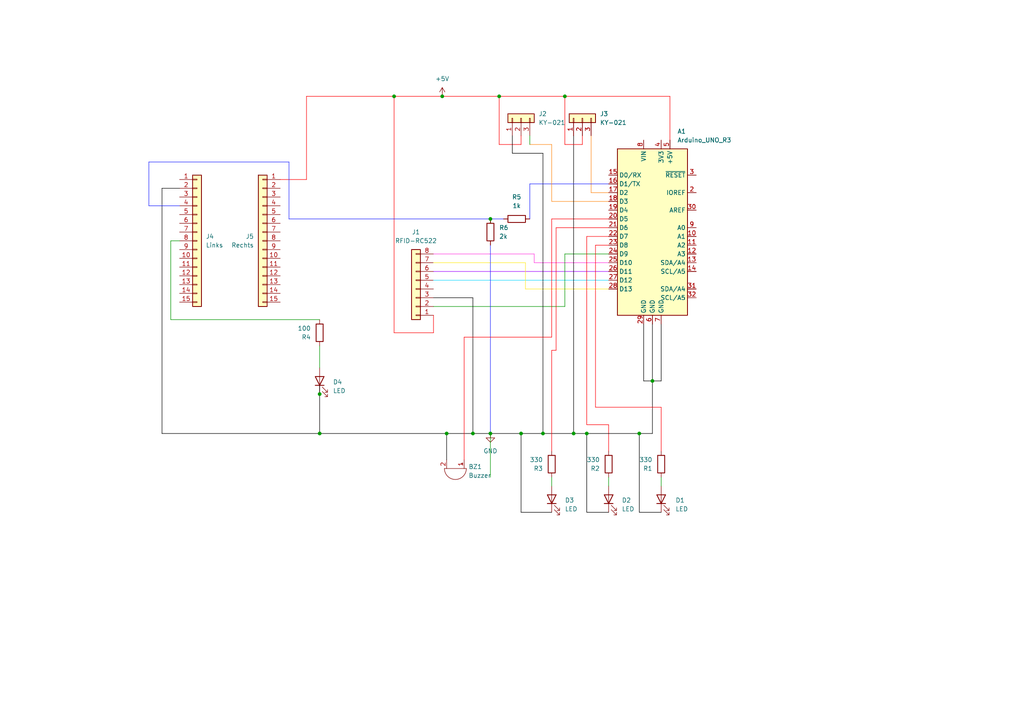
<source format=kicad_sch>
(kicad_sch
	(version 20250114)
	(generator "eeschema")
	(generator_version "9.0")
	(uuid "d1fb8651-8134-47e1-9875-65dd79d5de01")
	(paper "A4")
	(lib_symbols
		(symbol "Connector_Generic:Conn_01x03"
			(pin_names
				(offset 1.016)
				(hide yes)
			)
			(exclude_from_sim no)
			(in_bom yes)
			(on_board yes)
			(property "Reference" "J"
				(at 0 5.08 0)
				(effects
					(font
						(size 1.27 1.27)
					)
				)
			)
			(property "Value" "Conn_01x03"
				(at 0 -5.08 0)
				(effects
					(font
						(size 1.27 1.27)
					)
				)
			)
			(property "Footprint" ""
				(at 0 0 0)
				(effects
					(font
						(size 1.27 1.27)
					)
					(hide yes)
				)
			)
			(property "Datasheet" "~"
				(at 0 0 0)
				(effects
					(font
						(size 1.27 1.27)
					)
					(hide yes)
				)
			)
			(property "Description" "Generic connector, single row, 01x03, script generated (kicad-library-utils/schlib/autogen/connector/)"
				(at 0 0 0)
				(effects
					(font
						(size 1.27 1.27)
					)
					(hide yes)
				)
			)
			(property "ki_keywords" "connector"
				(at 0 0 0)
				(effects
					(font
						(size 1.27 1.27)
					)
					(hide yes)
				)
			)
			(property "ki_fp_filters" "Connector*:*_1x??_*"
				(at 0 0 0)
				(effects
					(font
						(size 1.27 1.27)
					)
					(hide yes)
				)
			)
			(symbol "Conn_01x03_1_1"
				(rectangle
					(start -1.27 3.81)
					(end 1.27 -3.81)
					(stroke
						(width 0.254)
						(type default)
					)
					(fill
						(type background)
					)
				)
				(rectangle
					(start -1.27 2.667)
					(end 0 2.413)
					(stroke
						(width 0.1524)
						(type default)
					)
					(fill
						(type none)
					)
				)
				(rectangle
					(start -1.27 0.127)
					(end 0 -0.127)
					(stroke
						(width 0.1524)
						(type default)
					)
					(fill
						(type none)
					)
				)
				(rectangle
					(start -1.27 -2.413)
					(end 0 -2.667)
					(stroke
						(width 0.1524)
						(type default)
					)
					(fill
						(type none)
					)
				)
				(pin passive line
					(at -5.08 2.54 0)
					(length 3.81)
					(name "Pin_1"
						(effects
							(font
								(size 1.27 1.27)
							)
						)
					)
					(number "1"
						(effects
							(font
								(size 1.27 1.27)
							)
						)
					)
				)
				(pin passive line
					(at -5.08 0 0)
					(length 3.81)
					(name "Pin_2"
						(effects
							(font
								(size 1.27 1.27)
							)
						)
					)
					(number "2"
						(effects
							(font
								(size 1.27 1.27)
							)
						)
					)
				)
				(pin passive line
					(at -5.08 -2.54 0)
					(length 3.81)
					(name "Pin_3"
						(effects
							(font
								(size 1.27 1.27)
							)
						)
					)
					(number "3"
						(effects
							(font
								(size 1.27 1.27)
							)
						)
					)
				)
			)
			(embedded_fonts no)
		)
		(symbol "Connector_Generic:Conn_01x08"
			(pin_names
				(offset 1.016)
				(hide yes)
			)
			(exclude_from_sim no)
			(in_bom yes)
			(on_board yes)
			(property "Reference" "J"
				(at 0 10.16 0)
				(effects
					(font
						(size 1.27 1.27)
					)
				)
			)
			(property "Value" "Conn_01x08"
				(at 0 -12.7 0)
				(effects
					(font
						(size 1.27 1.27)
					)
				)
			)
			(property "Footprint" ""
				(at 0 0 0)
				(effects
					(font
						(size 1.27 1.27)
					)
					(hide yes)
				)
			)
			(property "Datasheet" "~"
				(at 0 0 0)
				(effects
					(font
						(size 1.27 1.27)
					)
					(hide yes)
				)
			)
			(property "Description" "Generic connector, single row, 01x08, script generated (kicad-library-utils/schlib/autogen/connector/)"
				(at 0 0 0)
				(effects
					(font
						(size 1.27 1.27)
					)
					(hide yes)
				)
			)
			(property "ki_keywords" "connector"
				(at 0 0 0)
				(effects
					(font
						(size 1.27 1.27)
					)
					(hide yes)
				)
			)
			(property "ki_fp_filters" "Connector*:*_1x??_*"
				(at 0 0 0)
				(effects
					(font
						(size 1.27 1.27)
					)
					(hide yes)
				)
			)
			(symbol "Conn_01x08_1_1"
				(rectangle
					(start -1.27 8.89)
					(end 1.27 -11.43)
					(stroke
						(width 0.254)
						(type default)
					)
					(fill
						(type background)
					)
				)
				(rectangle
					(start -1.27 7.747)
					(end 0 7.493)
					(stroke
						(width 0.1524)
						(type default)
					)
					(fill
						(type none)
					)
				)
				(rectangle
					(start -1.27 5.207)
					(end 0 4.953)
					(stroke
						(width 0.1524)
						(type default)
					)
					(fill
						(type none)
					)
				)
				(rectangle
					(start -1.27 2.667)
					(end 0 2.413)
					(stroke
						(width 0.1524)
						(type default)
					)
					(fill
						(type none)
					)
				)
				(rectangle
					(start -1.27 0.127)
					(end 0 -0.127)
					(stroke
						(width 0.1524)
						(type default)
					)
					(fill
						(type none)
					)
				)
				(rectangle
					(start -1.27 -2.413)
					(end 0 -2.667)
					(stroke
						(width 0.1524)
						(type default)
					)
					(fill
						(type none)
					)
				)
				(rectangle
					(start -1.27 -4.953)
					(end 0 -5.207)
					(stroke
						(width 0.1524)
						(type default)
					)
					(fill
						(type none)
					)
				)
				(rectangle
					(start -1.27 -7.493)
					(end 0 -7.747)
					(stroke
						(width 0.1524)
						(type default)
					)
					(fill
						(type none)
					)
				)
				(rectangle
					(start -1.27 -10.033)
					(end 0 -10.287)
					(stroke
						(width 0.1524)
						(type default)
					)
					(fill
						(type none)
					)
				)
				(pin passive line
					(at -5.08 7.62 0)
					(length 3.81)
					(name "Pin_1"
						(effects
							(font
								(size 1.27 1.27)
							)
						)
					)
					(number "1"
						(effects
							(font
								(size 1.27 1.27)
							)
						)
					)
				)
				(pin passive line
					(at -5.08 5.08 0)
					(length 3.81)
					(name "Pin_2"
						(effects
							(font
								(size 1.27 1.27)
							)
						)
					)
					(number "2"
						(effects
							(font
								(size 1.27 1.27)
							)
						)
					)
				)
				(pin passive line
					(at -5.08 2.54 0)
					(length 3.81)
					(name "Pin_3"
						(effects
							(font
								(size 1.27 1.27)
							)
						)
					)
					(number "3"
						(effects
							(font
								(size 1.27 1.27)
							)
						)
					)
				)
				(pin passive line
					(at -5.08 0 0)
					(length 3.81)
					(name "Pin_4"
						(effects
							(font
								(size 1.27 1.27)
							)
						)
					)
					(number "4"
						(effects
							(font
								(size 1.27 1.27)
							)
						)
					)
				)
				(pin passive line
					(at -5.08 -2.54 0)
					(length 3.81)
					(name "Pin_5"
						(effects
							(font
								(size 1.27 1.27)
							)
						)
					)
					(number "5"
						(effects
							(font
								(size 1.27 1.27)
							)
						)
					)
				)
				(pin passive line
					(at -5.08 -5.08 0)
					(length 3.81)
					(name "Pin_6"
						(effects
							(font
								(size 1.27 1.27)
							)
						)
					)
					(number "6"
						(effects
							(font
								(size 1.27 1.27)
							)
						)
					)
				)
				(pin passive line
					(at -5.08 -7.62 0)
					(length 3.81)
					(name "Pin_7"
						(effects
							(font
								(size 1.27 1.27)
							)
						)
					)
					(number "7"
						(effects
							(font
								(size 1.27 1.27)
							)
						)
					)
				)
				(pin passive line
					(at -5.08 -10.16 0)
					(length 3.81)
					(name "Pin_8"
						(effects
							(font
								(size 1.27 1.27)
							)
						)
					)
					(number "8"
						(effects
							(font
								(size 1.27 1.27)
							)
						)
					)
				)
			)
			(embedded_fonts no)
		)
		(symbol "Connector_Generic:Conn_01x15"
			(pin_names
				(offset 1.016)
				(hide yes)
			)
			(exclude_from_sim no)
			(in_bom yes)
			(on_board yes)
			(property "Reference" "J"
				(at 0 20.32 0)
				(effects
					(font
						(size 1.27 1.27)
					)
				)
			)
			(property "Value" "Conn_01x15"
				(at 0 -20.32 0)
				(effects
					(font
						(size 1.27 1.27)
					)
				)
			)
			(property "Footprint" ""
				(at 0 0 0)
				(effects
					(font
						(size 1.27 1.27)
					)
					(hide yes)
				)
			)
			(property "Datasheet" "~"
				(at 0 0 0)
				(effects
					(font
						(size 1.27 1.27)
					)
					(hide yes)
				)
			)
			(property "Description" "Generic connector, single row, 01x15, script generated (kicad-library-utils/schlib/autogen/connector/)"
				(at 0 0 0)
				(effects
					(font
						(size 1.27 1.27)
					)
					(hide yes)
				)
			)
			(property "ki_keywords" "connector"
				(at 0 0 0)
				(effects
					(font
						(size 1.27 1.27)
					)
					(hide yes)
				)
			)
			(property "ki_fp_filters" "Connector*:*_1x??_*"
				(at 0 0 0)
				(effects
					(font
						(size 1.27 1.27)
					)
					(hide yes)
				)
			)
			(symbol "Conn_01x15_1_1"
				(rectangle
					(start -1.27 19.05)
					(end 1.27 -19.05)
					(stroke
						(width 0.254)
						(type default)
					)
					(fill
						(type background)
					)
				)
				(rectangle
					(start -1.27 17.907)
					(end 0 17.653)
					(stroke
						(width 0.1524)
						(type default)
					)
					(fill
						(type none)
					)
				)
				(rectangle
					(start -1.27 15.367)
					(end 0 15.113)
					(stroke
						(width 0.1524)
						(type default)
					)
					(fill
						(type none)
					)
				)
				(rectangle
					(start -1.27 12.827)
					(end 0 12.573)
					(stroke
						(width 0.1524)
						(type default)
					)
					(fill
						(type none)
					)
				)
				(rectangle
					(start -1.27 10.287)
					(end 0 10.033)
					(stroke
						(width 0.1524)
						(type default)
					)
					(fill
						(type none)
					)
				)
				(rectangle
					(start -1.27 7.747)
					(end 0 7.493)
					(stroke
						(width 0.1524)
						(type default)
					)
					(fill
						(type none)
					)
				)
				(rectangle
					(start -1.27 5.207)
					(end 0 4.953)
					(stroke
						(width 0.1524)
						(type default)
					)
					(fill
						(type none)
					)
				)
				(rectangle
					(start -1.27 2.667)
					(end 0 2.413)
					(stroke
						(width 0.1524)
						(type default)
					)
					(fill
						(type none)
					)
				)
				(rectangle
					(start -1.27 0.127)
					(end 0 -0.127)
					(stroke
						(width 0.1524)
						(type default)
					)
					(fill
						(type none)
					)
				)
				(rectangle
					(start -1.27 -2.413)
					(end 0 -2.667)
					(stroke
						(width 0.1524)
						(type default)
					)
					(fill
						(type none)
					)
				)
				(rectangle
					(start -1.27 -4.953)
					(end 0 -5.207)
					(stroke
						(width 0.1524)
						(type default)
					)
					(fill
						(type none)
					)
				)
				(rectangle
					(start -1.27 -7.493)
					(end 0 -7.747)
					(stroke
						(width 0.1524)
						(type default)
					)
					(fill
						(type none)
					)
				)
				(rectangle
					(start -1.27 -10.033)
					(end 0 -10.287)
					(stroke
						(width 0.1524)
						(type default)
					)
					(fill
						(type none)
					)
				)
				(rectangle
					(start -1.27 -12.573)
					(end 0 -12.827)
					(stroke
						(width 0.1524)
						(type default)
					)
					(fill
						(type none)
					)
				)
				(rectangle
					(start -1.27 -15.113)
					(end 0 -15.367)
					(stroke
						(width 0.1524)
						(type default)
					)
					(fill
						(type none)
					)
				)
				(rectangle
					(start -1.27 -17.653)
					(end 0 -17.907)
					(stroke
						(width 0.1524)
						(type default)
					)
					(fill
						(type none)
					)
				)
				(pin passive line
					(at -5.08 17.78 0)
					(length 3.81)
					(name "Pin_1"
						(effects
							(font
								(size 1.27 1.27)
							)
						)
					)
					(number "1"
						(effects
							(font
								(size 1.27 1.27)
							)
						)
					)
				)
				(pin passive line
					(at -5.08 15.24 0)
					(length 3.81)
					(name "Pin_2"
						(effects
							(font
								(size 1.27 1.27)
							)
						)
					)
					(number "2"
						(effects
							(font
								(size 1.27 1.27)
							)
						)
					)
				)
				(pin passive line
					(at -5.08 12.7 0)
					(length 3.81)
					(name "Pin_3"
						(effects
							(font
								(size 1.27 1.27)
							)
						)
					)
					(number "3"
						(effects
							(font
								(size 1.27 1.27)
							)
						)
					)
				)
				(pin passive line
					(at -5.08 10.16 0)
					(length 3.81)
					(name "Pin_4"
						(effects
							(font
								(size 1.27 1.27)
							)
						)
					)
					(number "4"
						(effects
							(font
								(size 1.27 1.27)
							)
						)
					)
				)
				(pin passive line
					(at -5.08 7.62 0)
					(length 3.81)
					(name "Pin_5"
						(effects
							(font
								(size 1.27 1.27)
							)
						)
					)
					(number "5"
						(effects
							(font
								(size 1.27 1.27)
							)
						)
					)
				)
				(pin passive line
					(at -5.08 5.08 0)
					(length 3.81)
					(name "Pin_6"
						(effects
							(font
								(size 1.27 1.27)
							)
						)
					)
					(number "6"
						(effects
							(font
								(size 1.27 1.27)
							)
						)
					)
				)
				(pin passive line
					(at -5.08 2.54 0)
					(length 3.81)
					(name "Pin_7"
						(effects
							(font
								(size 1.27 1.27)
							)
						)
					)
					(number "7"
						(effects
							(font
								(size 1.27 1.27)
							)
						)
					)
				)
				(pin passive line
					(at -5.08 0 0)
					(length 3.81)
					(name "Pin_8"
						(effects
							(font
								(size 1.27 1.27)
							)
						)
					)
					(number "8"
						(effects
							(font
								(size 1.27 1.27)
							)
						)
					)
				)
				(pin passive line
					(at -5.08 -2.54 0)
					(length 3.81)
					(name "Pin_9"
						(effects
							(font
								(size 1.27 1.27)
							)
						)
					)
					(number "9"
						(effects
							(font
								(size 1.27 1.27)
							)
						)
					)
				)
				(pin passive line
					(at -5.08 -5.08 0)
					(length 3.81)
					(name "Pin_10"
						(effects
							(font
								(size 1.27 1.27)
							)
						)
					)
					(number "10"
						(effects
							(font
								(size 1.27 1.27)
							)
						)
					)
				)
				(pin passive line
					(at -5.08 -7.62 0)
					(length 3.81)
					(name "Pin_11"
						(effects
							(font
								(size 1.27 1.27)
							)
						)
					)
					(number "11"
						(effects
							(font
								(size 1.27 1.27)
							)
						)
					)
				)
				(pin passive line
					(at -5.08 -10.16 0)
					(length 3.81)
					(name "Pin_12"
						(effects
							(font
								(size 1.27 1.27)
							)
						)
					)
					(number "12"
						(effects
							(font
								(size 1.27 1.27)
							)
						)
					)
				)
				(pin passive line
					(at -5.08 -12.7 0)
					(length 3.81)
					(name "Pin_13"
						(effects
							(font
								(size 1.27 1.27)
							)
						)
					)
					(number "13"
						(effects
							(font
								(size 1.27 1.27)
							)
						)
					)
				)
				(pin passive line
					(at -5.08 -15.24 0)
					(length 3.81)
					(name "Pin_14"
						(effects
							(font
								(size 1.27 1.27)
							)
						)
					)
					(number "14"
						(effects
							(font
								(size 1.27 1.27)
							)
						)
					)
				)
				(pin passive line
					(at -5.08 -17.78 0)
					(length 3.81)
					(name "Pin_15"
						(effects
							(font
								(size 1.27 1.27)
							)
						)
					)
					(number "15"
						(effects
							(font
								(size 1.27 1.27)
							)
						)
					)
				)
			)
			(embedded_fonts no)
		)
		(symbol "Device:Buzzer"
			(pin_names
				(offset 0.0254)
				(hide yes)
			)
			(exclude_from_sim no)
			(in_bom yes)
			(on_board yes)
			(property "Reference" "BZ"
				(at 3.81 1.27 0)
				(effects
					(font
						(size 1.27 1.27)
					)
					(justify left)
				)
			)
			(property "Value" "Buzzer"
				(at 3.81 -1.27 0)
				(effects
					(font
						(size 1.27 1.27)
					)
					(justify left)
				)
			)
			(property "Footprint" ""
				(at -0.635 2.54 90)
				(effects
					(font
						(size 1.27 1.27)
					)
					(hide yes)
				)
			)
			(property "Datasheet" "~"
				(at -0.635 2.54 90)
				(effects
					(font
						(size 1.27 1.27)
					)
					(hide yes)
				)
			)
			(property "Description" "Buzzer, polarized"
				(at 0 0 0)
				(effects
					(font
						(size 1.27 1.27)
					)
					(hide yes)
				)
			)
			(property "ki_keywords" "quartz resonator ceramic"
				(at 0 0 0)
				(effects
					(font
						(size 1.27 1.27)
					)
					(hide yes)
				)
			)
			(property "ki_fp_filters" "*Buzzer*"
				(at 0 0 0)
				(effects
					(font
						(size 1.27 1.27)
					)
					(hide yes)
				)
			)
			(symbol "Buzzer_0_1"
				(polyline
					(pts
						(xy -1.651 1.905) (xy -1.143 1.905)
					)
					(stroke
						(width 0)
						(type default)
					)
					(fill
						(type none)
					)
				)
				(polyline
					(pts
						(xy -1.397 2.159) (xy -1.397 1.651)
					)
					(stroke
						(width 0)
						(type default)
					)
					(fill
						(type none)
					)
				)
				(arc
					(start 0 3.175)
					(mid 3.1612 0)
					(end 0 -3.175)
					(stroke
						(width 0)
						(type default)
					)
					(fill
						(type none)
					)
				)
				(polyline
					(pts
						(xy 0 3.175) (xy 0 -3.175)
					)
					(stroke
						(width 0)
						(type default)
					)
					(fill
						(type none)
					)
				)
			)
			(symbol "Buzzer_1_1"
				(pin passive line
					(at -2.54 2.54 0)
					(length 2.54)
					(name "+"
						(effects
							(font
								(size 1.27 1.27)
							)
						)
					)
					(number "1"
						(effects
							(font
								(size 1.27 1.27)
							)
						)
					)
				)
				(pin passive line
					(at -2.54 -2.54 0)
					(length 2.54)
					(name "-"
						(effects
							(font
								(size 1.27 1.27)
							)
						)
					)
					(number "2"
						(effects
							(font
								(size 1.27 1.27)
							)
						)
					)
				)
			)
			(embedded_fonts no)
		)
		(symbol "Device:LED"
			(pin_numbers
				(hide yes)
			)
			(pin_names
				(offset 1.016)
				(hide yes)
			)
			(exclude_from_sim no)
			(in_bom yes)
			(on_board yes)
			(property "Reference" "D"
				(at 0 2.54 0)
				(effects
					(font
						(size 1.27 1.27)
					)
				)
			)
			(property "Value" "LED"
				(at 0 -2.54 0)
				(effects
					(font
						(size 1.27 1.27)
					)
				)
			)
			(property "Footprint" ""
				(at 0 0 0)
				(effects
					(font
						(size 1.27 1.27)
					)
					(hide yes)
				)
			)
			(property "Datasheet" "~"
				(at 0 0 0)
				(effects
					(font
						(size 1.27 1.27)
					)
					(hide yes)
				)
			)
			(property "Description" "Light emitting diode"
				(at 0 0 0)
				(effects
					(font
						(size 1.27 1.27)
					)
					(hide yes)
				)
			)
			(property "Sim.Pins" "1=K 2=A"
				(at 0 0 0)
				(effects
					(font
						(size 1.27 1.27)
					)
					(hide yes)
				)
			)
			(property "ki_keywords" "LED diode"
				(at 0 0 0)
				(effects
					(font
						(size 1.27 1.27)
					)
					(hide yes)
				)
			)
			(property "ki_fp_filters" "LED* LED_SMD:* LED_THT:*"
				(at 0 0 0)
				(effects
					(font
						(size 1.27 1.27)
					)
					(hide yes)
				)
			)
			(symbol "LED_0_1"
				(polyline
					(pts
						(xy -3.048 -0.762) (xy -4.572 -2.286) (xy -3.81 -2.286) (xy -4.572 -2.286) (xy -4.572 -1.524)
					)
					(stroke
						(width 0)
						(type default)
					)
					(fill
						(type none)
					)
				)
				(polyline
					(pts
						(xy -1.778 -0.762) (xy -3.302 -2.286) (xy -2.54 -2.286) (xy -3.302 -2.286) (xy -3.302 -1.524)
					)
					(stroke
						(width 0)
						(type default)
					)
					(fill
						(type none)
					)
				)
				(polyline
					(pts
						(xy -1.27 0) (xy 1.27 0)
					)
					(stroke
						(width 0)
						(type default)
					)
					(fill
						(type none)
					)
				)
				(polyline
					(pts
						(xy -1.27 -1.27) (xy -1.27 1.27)
					)
					(stroke
						(width 0.254)
						(type default)
					)
					(fill
						(type none)
					)
				)
				(polyline
					(pts
						(xy 1.27 -1.27) (xy 1.27 1.27) (xy -1.27 0) (xy 1.27 -1.27)
					)
					(stroke
						(width 0.254)
						(type default)
					)
					(fill
						(type none)
					)
				)
			)
			(symbol "LED_1_1"
				(pin passive line
					(at -3.81 0 0)
					(length 2.54)
					(name "K"
						(effects
							(font
								(size 1.27 1.27)
							)
						)
					)
					(number "1"
						(effects
							(font
								(size 1.27 1.27)
							)
						)
					)
				)
				(pin passive line
					(at 3.81 0 180)
					(length 2.54)
					(name "A"
						(effects
							(font
								(size 1.27 1.27)
							)
						)
					)
					(number "2"
						(effects
							(font
								(size 1.27 1.27)
							)
						)
					)
				)
			)
			(embedded_fonts no)
		)
		(symbol "Device:R"
			(pin_numbers
				(hide yes)
			)
			(pin_names
				(offset 0)
			)
			(exclude_from_sim no)
			(in_bom yes)
			(on_board yes)
			(property "Reference" "R"
				(at 2.032 0 90)
				(effects
					(font
						(size 1.27 1.27)
					)
				)
			)
			(property "Value" "R"
				(at 0 0 90)
				(effects
					(font
						(size 1.27 1.27)
					)
				)
			)
			(property "Footprint" ""
				(at -1.778 0 90)
				(effects
					(font
						(size 1.27 1.27)
					)
					(hide yes)
				)
			)
			(property "Datasheet" "~"
				(at 0 0 0)
				(effects
					(font
						(size 1.27 1.27)
					)
					(hide yes)
				)
			)
			(property "Description" "Resistor"
				(at 0 0 0)
				(effects
					(font
						(size 1.27 1.27)
					)
					(hide yes)
				)
			)
			(property "ki_keywords" "R res resistor"
				(at 0 0 0)
				(effects
					(font
						(size 1.27 1.27)
					)
					(hide yes)
				)
			)
			(property "ki_fp_filters" "R_*"
				(at 0 0 0)
				(effects
					(font
						(size 1.27 1.27)
					)
					(hide yes)
				)
			)
			(symbol "R_0_1"
				(rectangle
					(start -1.016 -2.54)
					(end 1.016 2.54)
					(stroke
						(width 0.254)
						(type default)
					)
					(fill
						(type none)
					)
				)
			)
			(symbol "R_1_1"
				(pin passive line
					(at 0 3.81 270)
					(length 1.27)
					(name "~"
						(effects
							(font
								(size 1.27 1.27)
							)
						)
					)
					(number "1"
						(effects
							(font
								(size 1.27 1.27)
							)
						)
					)
				)
				(pin passive line
					(at 0 -3.81 90)
					(length 1.27)
					(name "~"
						(effects
							(font
								(size 1.27 1.27)
							)
						)
					)
					(number "2"
						(effects
							(font
								(size 1.27 1.27)
							)
						)
					)
				)
			)
			(embedded_fonts no)
		)
		(symbol "MCU_Module:Arduino_UNO_R3"
			(exclude_from_sim no)
			(in_bom yes)
			(on_board yes)
			(property "Reference" "A"
				(at -10.16 23.495 0)
				(effects
					(font
						(size 1.27 1.27)
					)
					(justify left bottom)
				)
			)
			(property "Value" "Arduino_UNO_R3"
				(at 5.08 -26.67 0)
				(effects
					(font
						(size 1.27 1.27)
					)
					(justify left top)
				)
			)
			(property "Footprint" "Module:Arduino_UNO_R3"
				(at 0 0 0)
				(effects
					(font
						(size 1.27 1.27)
						(italic yes)
					)
					(hide yes)
				)
			)
			(property "Datasheet" "https://www.arduino.cc/en/Main/arduinoBoardUno"
				(at 0 0 0)
				(effects
					(font
						(size 1.27 1.27)
					)
					(hide yes)
				)
			)
			(property "Description" "Arduino UNO Microcontroller Module, release 3"
				(at 0 0 0)
				(effects
					(font
						(size 1.27 1.27)
					)
					(hide yes)
				)
			)
			(property "ki_keywords" "Arduino UNO R3 Microcontroller Module Atmel AVR USB"
				(at 0 0 0)
				(effects
					(font
						(size 1.27 1.27)
					)
					(hide yes)
				)
			)
			(property "ki_fp_filters" "Arduino*UNO*R3*"
				(at 0 0 0)
				(effects
					(font
						(size 1.27 1.27)
					)
					(hide yes)
				)
			)
			(symbol "Arduino_UNO_R3_0_1"
				(rectangle
					(start -10.16 22.86)
					(end 10.16 -25.4)
					(stroke
						(width 0.254)
						(type default)
					)
					(fill
						(type background)
					)
				)
			)
			(symbol "Arduino_UNO_R3_1_1"
				(pin bidirectional line
					(at -12.7 15.24 0)
					(length 2.54)
					(name "D0/RX"
						(effects
							(font
								(size 1.27 1.27)
							)
						)
					)
					(number "15"
						(effects
							(font
								(size 1.27 1.27)
							)
						)
					)
				)
				(pin bidirectional line
					(at -12.7 12.7 0)
					(length 2.54)
					(name "D1/TX"
						(effects
							(font
								(size 1.27 1.27)
							)
						)
					)
					(number "16"
						(effects
							(font
								(size 1.27 1.27)
							)
						)
					)
				)
				(pin bidirectional line
					(at -12.7 10.16 0)
					(length 2.54)
					(name "D2"
						(effects
							(font
								(size 1.27 1.27)
							)
						)
					)
					(number "17"
						(effects
							(font
								(size 1.27 1.27)
							)
						)
					)
				)
				(pin bidirectional line
					(at -12.7 7.62 0)
					(length 2.54)
					(name "D3"
						(effects
							(font
								(size 1.27 1.27)
							)
						)
					)
					(number "18"
						(effects
							(font
								(size 1.27 1.27)
							)
						)
					)
				)
				(pin bidirectional line
					(at -12.7 5.08 0)
					(length 2.54)
					(name "D4"
						(effects
							(font
								(size 1.27 1.27)
							)
						)
					)
					(number "19"
						(effects
							(font
								(size 1.27 1.27)
							)
						)
					)
				)
				(pin bidirectional line
					(at -12.7 2.54 0)
					(length 2.54)
					(name "D5"
						(effects
							(font
								(size 1.27 1.27)
							)
						)
					)
					(number "20"
						(effects
							(font
								(size 1.27 1.27)
							)
						)
					)
				)
				(pin bidirectional line
					(at -12.7 0 0)
					(length 2.54)
					(name "D6"
						(effects
							(font
								(size 1.27 1.27)
							)
						)
					)
					(number "21"
						(effects
							(font
								(size 1.27 1.27)
							)
						)
					)
				)
				(pin bidirectional line
					(at -12.7 -2.54 0)
					(length 2.54)
					(name "D7"
						(effects
							(font
								(size 1.27 1.27)
							)
						)
					)
					(number "22"
						(effects
							(font
								(size 1.27 1.27)
							)
						)
					)
				)
				(pin bidirectional line
					(at -12.7 -5.08 0)
					(length 2.54)
					(name "D8"
						(effects
							(font
								(size 1.27 1.27)
							)
						)
					)
					(number "23"
						(effects
							(font
								(size 1.27 1.27)
							)
						)
					)
				)
				(pin bidirectional line
					(at -12.7 -7.62 0)
					(length 2.54)
					(name "D9"
						(effects
							(font
								(size 1.27 1.27)
							)
						)
					)
					(number "24"
						(effects
							(font
								(size 1.27 1.27)
							)
						)
					)
				)
				(pin bidirectional line
					(at -12.7 -10.16 0)
					(length 2.54)
					(name "D10"
						(effects
							(font
								(size 1.27 1.27)
							)
						)
					)
					(number "25"
						(effects
							(font
								(size 1.27 1.27)
							)
						)
					)
				)
				(pin bidirectional line
					(at -12.7 -12.7 0)
					(length 2.54)
					(name "D11"
						(effects
							(font
								(size 1.27 1.27)
							)
						)
					)
					(number "26"
						(effects
							(font
								(size 1.27 1.27)
							)
						)
					)
				)
				(pin bidirectional line
					(at -12.7 -15.24 0)
					(length 2.54)
					(name "D12"
						(effects
							(font
								(size 1.27 1.27)
							)
						)
					)
					(number "27"
						(effects
							(font
								(size 1.27 1.27)
							)
						)
					)
				)
				(pin bidirectional line
					(at -12.7 -17.78 0)
					(length 2.54)
					(name "D13"
						(effects
							(font
								(size 1.27 1.27)
							)
						)
					)
					(number "28"
						(effects
							(font
								(size 1.27 1.27)
							)
						)
					)
				)
				(pin no_connect line
					(at -10.16 -20.32 0)
					(length 2.54)
					(hide yes)
					(name "NC"
						(effects
							(font
								(size 1.27 1.27)
							)
						)
					)
					(number "1"
						(effects
							(font
								(size 1.27 1.27)
							)
						)
					)
				)
				(pin power_in line
					(at -2.54 25.4 270)
					(length 2.54)
					(name "VIN"
						(effects
							(font
								(size 1.27 1.27)
							)
						)
					)
					(number "8"
						(effects
							(font
								(size 1.27 1.27)
							)
						)
					)
				)
				(pin power_in line
					(at -2.54 -27.94 90)
					(length 2.54)
					(name "GND"
						(effects
							(font
								(size 1.27 1.27)
							)
						)
					)
					(number "29"
						(effects
							(font
								(size 1.27 1.27)
							)
						)
					)
				)
				(pin power_in line
					(at 0 -27.94 90)
					(length 2.54)
					(name "GND"
						(effects
							(font
								(size 1.27 1.27)
							)
						)
					)
					(number "6"
						(effects
							(font
								(size 1.27 1.27)
							)
						)
					)
				)
				(pin power_out line
					(at 2.54 25.4 270)
					(length 2.54)
					(name "3V3"
						(effects
							(font
								(size 1.27 1.27)
							)
						)
					)
					(number "4"
						(effects
							(font
								(size 1.27 1.27)
							)
						)
					)
				)
				(pin power_in line
					(at 2.54 -27.94 90)
					(length 2.54)
					(name "GND"
						(effects
							(font
								(size 1.27 1.27)
							)
						)
					)
					(number "7"
						(effects
							(font
								(size 1.27 1.27)
							)
						)
					)
				)
				(pin power_out line
					(at 5.08 25.4 270)
					(length 2.54)
					(name "+5V"
						(effects
							(font
								(size 1.27 1.27)
							)
						)
					)
					(number "5"
						(effects
							(font
								(size 1.27 1.27)
							)
						)
					)
				)
				(pin input line
					(at 12.7 15.24 180)
					(length 2.54)
					(name "~{RESET}"
						(effects
							(font
								(size 1.27 1.27)
							)
						)
					)
					(number "3"
						(effects
							(font
								(size 1.27 1.27)
							)
						)
					)
				)
				(pin output line
					(at 12.7 10.16 180)
					(length 2.54)
					(name "IOREF"
						(effects
							(font
								(size 1.27 1.27)
							)
						)
					)
					(number "2"
						(effects
							(font
								(size 1.27 1.27)
							)
						)
					)
				)
				(pin input line
					(at 12.7 5.08 180)
					(length 2.54)
					(name "AREF"
						(effects
							(font
								(size 1.27 1.27)
							)
						)
					)
					(number "30"
						(effects
							(font
								(size 1.27 1.27)
							)
						)
					)
				)
				(pin bidirectional line
					(at 12.7 0 180)
					(length 2.54)
					(name "A0"
						(effects
							(font
								(size 1.27 1.27)
							)
						)
					)
					(number "9"
						(effects
							(font
								(size 1.27 1.27)
							)
						)
					)
				)
				(pin bidirectional line
					(at 12.7 -2.54 180)
					(length 2.54)
					(name "A1"
						(effects
							(font
								(size 1.27 1.27)
							)
						)
					)
					(number "10"
						(effects
							(font
								(size 1.27 1.27)
							)
						)
					)
				)
				(pin bidirectional line
					(at 12.7 -5.08 180)
					(length 2.54)
					(name "A2"
						(effects
							(font
								(size 1.27 1.27)
							)
						)
					)
					(number "11"
						(effects
							(font
								(size 1.27 1.27)
							)
						)
					)
				)
				(pin bidirectional line
					(at 12.7 -7.62 180)
					(length 2.54)
					(name "A3"
						(effects
							(font
								(size 1.27 1.27)
							)
						)
					)
					(number "12"
						(effects
							(font
								(size 1.27 1.27)
							)
						)
					)
				)
				(pin bidirectional line
					(at 12.7 -10.16 180)
					(length 2.54)
					(name "SDA/A4"
						(effects
							(font
								(size 1.27 1.27)
							)
						)
					)
					(number "13"
						(effects
							(font
								(size 1.27 1.27)
							)
						)
					)
				)
				(pin bidirectional line
					(at 12.7 -12.7 180)
					(length 2.54)
					(name "SCL/A5"
						(effects
							(font
								(size 1.27 1.27)
							)
						)
					)
					(number "14"
						(effects
							(font
								(size 1.27 1.27)
							)
						)
					)
				)
				(pin bidirectional line
					(at 12.7 -17.78 180)
					(length 2.54)
					(name "SDA/A4"
						(effects
							(font
								(size 1.27 1.27)
							)
						)
					)
					(number "31"
						(effects
							(font
								(size 1.27 1.27)
							)
						)
					)
				)
				(pin bidirectional line
					(at 12.7 -20.32 180)
					(length 2.54)
					(name "SCL/A5"
						(effects
							(font
								(size 1.27 1.27)
							)
						)
					)
					(number "32"
						(effects
							(font
								(size 1.27 1.27)
							)
						)
					)
				)
			)
			(embedded_fonts no)
		)
		(symbol "power:+5V"
			(power)
			(pin_numbers
				(hide yes)
			)
			(pin_names
				(offset 0)
				(hide yes)
			)
			(exclude_from_sim no)
			(in_bom yes)
			(on_board yes)
			(property "Reference" "#PWR"
				(at 0 -3.81 0)
				(effects
					(font
						(size 1.27 1.27)
					)
					(hide yes)
				)
			)
			(property "Value" "+5V"
				(at 0 3.556 0)
				(effects
					(font
						(size 1.27 1.27)
					)
				)
			)
			(property "Footprint" ""
				(at 0 0 0)
				(effects
					(font
						(size 1.27 1.27)
					)
					(hide yes)
				)
			)
			(property "Datasheet" ""
				(at 0 0 0)
				(effects
					(font
						(size 1.27 1.27)
					)
					(hide yes)
				)
			)
			(property "Description" "Power symbol creates a global label with name \"+5V\""
				(at 0 0 0)
				(effects
					(font
						(size 1.27 1.27)
					)
					(hide yes)
				)
			)
			(property "ki_keywords" "global power"
				(at 0 0 0)
				(effects
					(font
						(size 1.27 1.27)
					)
					(hide yes)
				)
			)
			(symbol "+5V_0_1"
				(polyline
					(pts
						(xy -0.762 1.27) (xy 0 2.54)
					)
					(stroke
						(width 0)
						(type default)
					)
					(fill
						(type none)
					)
				)
				(polyline
					(pts
						(xy 0 2.54) (xy 0.762 1.27)
					)
					(stroke
						(width 0)
						(type default)
					)
					(fill
						(type none)
					)
				)
				(polyline
					(pts
						(xy 0 0) (xy 0 2.54)
					)
					(stroke
						(width 0)
						(type default)
					)
					(fill
						(type none)
					)
				)
			)
			(symbol "+5V_1_1"
				(pin power_in line
					(at 0 0 90)
					(length 0)
					(name "~"
						(effects
							(font
								(size 1.27 1.27)
							)
						)
					)
					(number "1"
						(effects
							(font
								(size 1.27 1.27)
							)
						)
					)
				)
			)
			(embedded_fonts no)
		)
		(symbol "power:GND"
			(power)
			(pin_numbers
				(hide yes)
			)
			(pin_names
				(offset 0)
				(hide yes)
			)
			(exclude_from_sim no)
			(in_bom yes)
			(on_board yes)
			(property "Reference" "#PWR"
				(at 0 -6.35 0)
				(effects
					(font
						(size 1.27 1.27)
					)
					(hide yes)
				)
			)
			(property "Value" "GND"
				(at 0 -3.81 0)
				(effects
					(font
						(size 1.27 1.27)
					)
				)
			)
			(property "Footprint" ""
				(at 0 0 0)
				(effects
					(font
						(size 1.27 1.27)
					)
					(hide yes)
				)
			)
			(property "Datasheet" ""
				(at 0 0 0)
				(effects
					(font
						(size 1.27 1.27)
					)
					(hide yes)
				)
			)
			(property "Description" "Power symbol creates a global label with name \"GND\" , ground"
				(at 0 0 0)
				(effects
					(font
						(size 1.27 1.27)
					)
					(hide yes)
				)
			)
			(property "ki_keywords" "global power"
				(at 0 0 0)
				(effects
					(font
						(size 1.27 1.27)
					)
					(hide yes)
				)
			)
			(symbol "GND_0_1"
				(polyline
					(pts
						(xy 0 0) (xy 0 -1.27) (xy 1.27 -1.27) (xy 0 -2.54) (xy -1.27 -1.27) (xy 0 -1.27)
					)
					(stroke
						(width 0)
						(type default)
					)
					(fill
						(type none)
					)
				)
			)
			(symbol "GND_1_1"
				(pin power_in line
					(at 0 0 270)
					(length 0)
					(name "~"
						(effects
							(font
								(size 1.27 1.27)
							)
						)
					)
					(number "1"
						(effects
							(font
								(size 1.27 1.27)
							)
						)
					)
				)
			)
			(embedded_fonts no)
		)
	)
	(junction
		(at 151.13 125.73)
		(diameter 0)
		(color 0 0 0 0)
		(uuid "08d5ea6c-3d22-44c2-9a51-d998e668290a")
	)
	(junction
		(at 92.71 114.3)
		(diameter 0)
		(color 0 0 0 0)
		(uuid "0977c5b7-eb1a-49f3-816f-35f53b33f40b")
	)
	(junction
		(at 144.78 27.94)
		(diameter 0)
		(color 0 0 0 0)
		(uuid "183b579c-008c-4bc6-846f-024fada2e121")
	)
	(junction
		(at 129.54 125.73)
		(diameter 0)
		(color 0 0 0 0)
		(uuid "1ef0264c-861c-4f7e-8724-524dbae1fefc")
	)
	(junction
		(at 114.3 27.94)
		(diameter 0)
		(color 0 0 0 0)
		(uuid "211d5d25-0138-4c54-845c-3ef9a35fec7d")
	)
	(junction
		(at 142.24 125.73)
		(diameter 0)
		(color 0 0 0 0)
		(uuid "38addd24-d851-4983-bef4-54dc6892512f")
	)
	(junction
		(at 137.16 125.73)
		(diameter 0)
		(color 0 0 0 0)
		(uuid "4b6ae3db-a86d-4939-a91e-ab19b9c1e918")
	)
	(junction
		(at 189.23 110.49)
		(diameter 0)
		(color 0 0 0 0)
		(uuid "53a86eb4-2de6-49db-9c76-f01a2b939e07")
	)
	(junction
		(at 157.48 125.73)
		(diameter 0)
		(color 0 0 0 0)
		(uuid "706ba777-0f5c-4782-9aac-7fd0fd521014")
	)
	(junction
		(at 166.37 125.73)
		(diameter 0)
		(color 0 0 0 0)
		(uuid "a2bc8f28-a83e-49d6-8fff-6d5c22708b5a")
	)
	(junction
		(at 185.42 125.73)
		(diameter 0)
		(color 0 0 0 0)
		(uuid "ac4c8571-e3dd-48eb-af1b-22ed26cefd22")
	)
	(junction
		(at 92.71 125.73)
		(diameter 0)
		(color 0 0 0 0)
		(uuid "b914ce0c-398c-4c53-bdef-2cfd2634b522")
	)
	(junction
		(at 170.18 125.73)
		(diameter 0)
		(color 0 0 0 0)
		(uuid "c4cea4ec-879b-4d67-9f59-d38bfc1a555f")
	)
	(junction
		(at 163.83 27.94)
		(diameter 0)
		(color 0 0 0 0)
		(uuid "c7f42103-036a-4c58-a7f4-a73520a1d6a6")
	)
	(junction
		(at 142.24 63.5)
		(diameter 0)
		(color 0 0 0 0)
		(uuid "e5a88111-2eab-444f-839c-385262eaa05e")
	)
	(junction
		(at 128.27 27.94)
		(diameter 0)
		(color 0 0 0 0)
		(uuid "eff8afe5-1bec-40fe-ac14-aec60266b94c")
	)
	(wire
		(pts
			(xy 168.91 41.91) (xy 168.91 39.37)
		)
		(stroke
			(width 0)
			(type default)
			(color 253 0 3 1)
		)
		(uuid "0125db72-ca6c-429c-aa79-8f56f2066e32")
	)
	(wire
		(pts
			(xy 129.54 125.73) (xy 129.54 133.35)
		)
		(stroke
			(width 0)
			(type default)
			(color 0 0 0 1)
		)
		(uuid "01be70c5-a297-4fef-8fcf-ef8baefa6e0a")
	)
	(wire
		(pts
			(xy 160.02 97.79) (xy 134.62 97.79)
		)
		(stroke
			(width 0)
			(type default)
			(color 255 0 7 1)
		)
		(uuid "0634d27c-e407-49dd-8eb1-e45f2f175f21")
	)
	(wire
		(pts
			(xy 160.02 101.6) (xy 160.02 130.81)
		)
		(stroke
			(width 0)
			(type default)
			(color 255 0 7 1)
		)
		(uuid "0beae7b6-f420-4f6c-9fce-07ac1c20457a")
	)
	(wire
		(pts
			(xy 157.48 44.45) (xy 148.59 44.45)
		)
		(stroke
			(width 0)
			(type default)
			(color 0 0 0 1)
		)
		(uuid "0f21c9a1-43b9-4c6e-87c6-179837f66d9b")
	)
	(wire
		(pts
			(xy 144.78 27.94) (xy 128.27 27.94)
		)
		(stroke
			(width 0)
			(type default)
			(color 253 0 3 1)
		)
		(uuid "0f73c8fb-0ab9-4f2f-95f9-b70d591568d8")
	)
	(wire
		(pts
			(xy 170.18 148.59) (xy 176.53 148.59)
		)
		(stroke
			(width 0)
			(type default)
			(color 0 0 0 1)
		)
		(uuid "12c29276-6d3e-4563-9b1a-555147df4c48")
	)
	(wire
		(pts
			(xy 114.3 27.94) (xy 88.9 27.94)
		)
		(stroke
			(width 0)
			(type default)
			(color 253 0 3 1)
		)
		(uuid "14de3de0-729b-4fc9-a3fa-4b6d3ec6571a")
	)
	(wire
		(pts
			(xy 137.16 125.73) (xy 137.16 86.36)
		)
		(stroke
			(width 0)
			(type default)
			(color 0 0 0 1)
		)
		(uuid "18326d45-e51e-418c-aab6-15f83eb2a7bf")
	)
	(wire
		(pts
			(xy 151.13 41.91) (xy 151.13 39.37)
		)
		(stroke
			(width 0)
			(type default)
			(color 253 0 3 1)
		)
		(uuid "186caf68-dab5-4dfb-9540-fc1a3518b170")
	)
	(wire
		(pts
			(xy 142.24 63.5) (xy 142.24 64.77)
		)
		(stroke
			(width 0)
			(type default)
		)
		(uuid "1b7eec7e-cbb8-4f71-b455-7589693d39fa")
	)
	(wire
		(pts
			(xy 114.3 27.94) (xy 114.3 96.52)
		)
		(stroke
			(width 0)
			(type default)
			(color 253 0 3 1)
		)
		(uuid "1fb0e2ea-67ad-42e3-bdcc-d144f2ab2e69")
	)
	(wire
		(pts
			(xy 152.4 83.82) (xy 152.4 76.2)
		)
		(stroke
			(width 0)
			(type default)
			(color 255 234 40 1)
		)
		(uuid "201b6cc8-4f82-4d31-88d4-92fe729b2ce0")
	)
	(wire
		(pts
			(xy 151.13 125.73) (xy 151.13 148.59)
		)
		(stroke
			(width 0)
			(type default)
			(color 0 0 0 1)
		)
		(uuid "2139fa53-c9eb-47b0-8486-d056f35c043a")
	)
	(wire
		(pts
			(xy 189.23 93.98) (xy 189.23 110.49)
		)
		(stroke
			(width 0)
			(type default)
			(color 0 0 0 1)
		)
		(uuid "21731200-e7fb-48dc-990d-88160f57ae75")
	)
	(wire
		(pts
			(xy 185.42 125.73) (xy 185.42 148.59)
		)
		(stroke
			(width 0)
			(type default)
			(color 0 0 0 1)
		)
		(uuid "23961a4a-3f59-48e9-a84e-8c7f8cdc8d9f")
	)
	(wire
		(pts
			(xy 176.53 66.04) (xy 161.29 66.04)
		)
		(stroke
			(width 0)
			(type default)
			(color 255 0 7 1)
		)
		(uuid "26433e23-4bbf-451f-8ca5-d640cbfc518c")
	)
	(wire
		(pts
			(xy 92.71 111.76) (xy 92.71 114.3)
		)
		(stroke
			(width 0)
			(type default)
			(color 5 0 0 1)
		)
		(uuid "28a26281-a263-470b-a3fd-84e74c903f18")
	)
	(wire
		(pts
			(xy 88.9 52.07) (xy 81.28 52.07)
		)
		(stroke
			(width 0)
			(type default)
			(color 253 0 3 1)
		)
		(uuid "2f923559-97ae-417b-af89-c32c0239eff0")
	)
	(wire
		(pts
			(xy 161.29 101.6) (xy 160.02 101.6)
		)
		(stroke
			(width 0)
			(type default)
			(color 255 0 7 1)
		)
		(uuid "324513dc-6efe-4174-b678-ff06b35cd3e1")
	)
	(wire
		(pts
			(xy 172.72 71.12) (xy 172.72 118.11)
		)
		(stroke
			(width 0)
			(type default)
			(color 255 0 7 1)
		)
		(uuid "38563caa-55e8-406c-a621-eec2356e71ba")
	)
	(wire
		(pts
			(xy 125.73 96.52) (xy 125.73 91.44)
		)
		(stroke
			(width 0)
			(type default)
			(color 253 0 3 1)
		)
		(uuid "38744cca-fd59-43f4-a1a7-db325b183a7b")
	)
	(wire
		(pts
			(xy 191.77 110.49) (xy 191.77 93.98)
		)
		(stroke
			(width 0)
			(type default)
			(color 0 0 0 1)
		)
		(uuid "3a90e2e2-801c-4405-8eeb-20b9ad4709b4")
	)
	(wire
		(pts
			(xy 148.59 44.45) (xy 148.59 39.37)
		)
		(stroke
			(width 0)
			(type default)
			(color 0 0 0 1)
		)
		(uuid "41ae45e1-f88b-4c60-92c1-77308e28c68e")
	)
	(wire
		(pts
			(xy 151.13 125.73) (xy 157.48 125.73)
		)
		(stroke
			(width 0)
			(type default)
			(color 0 0 0 1)
		)
		(uuid "41fffa47-7237-4d3d-b522-04811a37ebe0")
	)
	(wire
		(pts
			(xy 46.99 54.61) (xy 52.07 54.61)
		)
		(stroke
			(width 0)
			(type default)
			(color 0 0 0 1)
		)
		(uuid "42189c44-f403-4a16-be6b-0bd59a859ad3")
	)
	(wire
		(pts
			(xy 125.73 73.66) (xy 154.94 73.66)
		)
		(stroke
			(width 0)
			(type default)
			(color 255 64 224 1)
		)
		(uuid "500d7070-bc01-48bd-9585-c043f9398b58")
	)
	(wire
		(pts
			(xy 170.18 125.73) (xy 170.18 148.59)
		)
		(stroke
			(width 0)
			(type default)
			(color 0 0 0 1)
		)
		(uuid "520e305a-9778-4926-8d56-1e3b3d8f171d")
	)
	(wire
		(pts
			(xy 129.54 125.73) (xy 137.16 125.73)
		)
		(stroke
			(width 0)
			(type default)
			(color 0 0 0 1)
		)
		(uuid "52a8b3c6-5d24-4ba0-8b93-f449973a58fa")
	)
	(wire
		(pts
			(xy 176.53 83.82) (xy 152.4 83.82)
		)
		(stroke
			(width 0)
			(type default)
			(color 255 234 40 1)
		)
		(uuid "57cbcdc6-e2e6-439f-86ae-46511cff6c88")
	)
	(wire
		(pts
			(xy 163.83 27.94) (xy 144.78 27.94)
		)
		(stroke
			(width 0)
			(type default)
			(color 253 0 3 1)
		)
		(uuid "59b43806-1ec0-4b03-86a0-6b480b3cdfbb")
	)
	(wire
		(pts
			(xy 176.53 71.12) (xy 172.72 71.12)
		)
		(stroke
			(width 0)
			(type default)
			(color 255 0 7 1)
		)
		(uuid "61812482-b753-4e73-b3bd-d7642d870a07")
	)
	(wire
		(pts
			(xy 191.77 118.11) (xy 191.77 130.81)
		)
		(stroke
			(width 0)
			(type default)
			(color 255 0 7 1)
		)
		(uuid "64959286-17e6-49a7-a35b-dba6da5a7c32")
	)
	(wire
		(pts
			(xy 137.16 125.73) (xy 142.24 125.73)
		)
		(stroke
			(width 0)
			(type default)
			(color 0 0 0 1)
		)
		(uuid "69838ca9-279b-4349-814c-03b1704bcbd1")
	)
	(wire
		(pts
			(xy 185.42 148.59) (xy 191.77 148.59)
		)
		(stroke
			(width 0)
			(type default)
			(color 0 0 0 1)
		)
		(uuid "70dde469-d4f2-41a9-92d3-49b2fa7891cb")
	)
	(wire
		(pts
			(xy 144.78 41.91) (xy 151.13 41.91)
		)
		(stroke
			(width 0)
			(type default)
			(color 253 0 3 1)
		)
		(uuid "7631ecf0-dad6-446b-9151-a82ffa5c4a9f")
	)
	(wire
		(pts
			(xy 152.4 76.2) (xy 125.73 76.2)
		)
		(stroke
			(width 0)
			(type default)
			(color 255 234 40 1)
		)
		(uuid "796afa1a-036d-4a51-bce4-99bae8bbc1ef")
	)
	(wire
		(pts
			(xy 125.73 78.74) (xy 176.53 78.74)
		)
		(stroke
			(width 0)
			(type default)
			(color 159 7 255 1)
		)
		(uuid "7d828445-9b1c-46ba-a807-b2a8878cc89b")
	)
	(wire
		(pts
			(xy 83.82 63.5) (xy 142.24 63.5)
		)
		(stroke
			(width 0)
			(type default)
			(color 31 38 255 1)
		)
		(uuid "83295868-417b-42a2-ab79-7d1fd64bb1c4")
	)
	(wire
		(pts
			(xy 49.53 69.85) (xy 52.07 69.85)
		)
		(stroke
			(width 0)
			(type default)
		)
		(uuid "85083db6-ec0e-4115-b37a-2d12c888cf76")
	)
	(wire
		(pts
			(xy 83.82 46.99) (xy 43.18 46.99)
		)
		(stroke
			(width 0)
			(type default)
			(color 31 38 255 1)
		)
		(uuid "87319239-ea49-4958-b059-e3d43ad762aa")
	)
	(wire
		(pts
			(xy 142.24 71.12) (xy 142.24 125.73)
		)
		(stroke
			(width 0)
			(type default)
			(color 31 38 255 1)
		)
		(uuid "892ecd0c-f10e-430c-bd75-008e9447b649")
	)
	(wire
		(pts
			(xy 43.18 46.99) (xy 43.18 59.69)
		)
		(stroke
			(width 0)
			(type default)
			(color 31 38 255 1)
		)
		(uuid "895ead31-8955-42b8-a56d-a8861d2da22e")
	)
	(wire
		(pts
			(xy 160.02 58.42) (xy 160.02 41.91)
		)
		(stroke
			(width 0)
			(type default)
			(color 255 139 28 1)
		)
		(uuid "8b9ec39d-a4e7-4c98-984f-9be3efe4d13a")
	)
	(wire
		(pts
			(xy 161.29 66.04) (xy 161.29 101.6)
		)
		(stroke
			(width 0)
			(type default)
			(color 255 0 7 1)
		)
		(uuid "8ba632cf-15fa-42c1-ad42-fb03e33cdb18")
	)
	(wire
		(pts
			(xy 166.37 39.37) (xy 166.37 125.73)
		)
		(stroke
			(width 0)
			(type default)
			(color 0 0 0 1)
		)
		(uuid "90ecf49a-b135-4ba7-b57a-efb99d5fe2e3")
	)
	(wire
		(pts
			(xy 92.71 100.33) (xy 92.71 106.68)
		)
		(stroke
			(width 0)
			(type default)
		)
		(uuid "913148c2-79bc-45d0-8a4b-6b1a08235a1a")
	)
	(wire
		(pts
			(xy 194.31 27.94) (xy 194.31 40.64)
		)
		(stroke
			(width 0)
			(type default)
			(color 253 0 3 1)
		)
		(uuid "96538d39-54fd-4076-b13a-9f9800724ba0")
	)
	(wire
		(pts
			(xy 88.9 27.94) (xy 88.9 52.07)
		)
		(stroke
			(width 0)
			(type default)
			(color 253 0 3 1)
		)
		(uuid "9d9b5298-8811-400e-a9a1-25a59aa5a548")
	)
	(wire
		(pts
			(xy 166.37 125.73) (xy 170.18 125.73)
		)
		(stroke
			(width 0)
			(type default)
			(color 0 0 0 1)
		)
		(uuid "a010c4db-1f96-4d2e-91bb-f0bb6e2bafed")
	)
	(wire
		(pts
			(xy 163.83 88.9) (xy 163.83 73.66)
		)
		(stroke
			(width 0)
			(type default)
		)
		(uuid "a0b6901b-0302-4123-a044-61efb5241f4e")
	)
	(wire
		(pts
			(xy 176.53 58.42) (xy 160.02 58.42)
		)
		(stroke
			(width 0)
			(type default)
			(color 255 139 28 1)
		)
		(uuid "a1b48e5a-e4d2-4e9a-b7ca-0d1a42cff3aa")
	)
	(wire
		(pts
			(xy 172.72 118.11) (xy 191.77 118.11)
		)
		(stroke
			(width 0)
			(type default)
			(color 255 0 7 1)
		)
		(uuid "a26e97fb-ebbf-4846-b524-ffc255c4f2e0")
	)
	(wire
		(pts
			(xy 142.24 63.5) (xy 146.05 63.5)
		)
		(stroke
			(width 0)
			(type default)
			(color 31 38 255 1)
		)
		(uuid "a4af9275-49c8-460f-b4cb-f40f4ad7695b")
	)
	(wire
		(pts
			(xy 142.24 125.73) (xy 151.13 125.73)
		)
		(stroke
			(width 0)
			(type default)
			(color 0 0 0 1)
		)
		(uuid "a7a80a2f-4ef5-4242-a3cd-ef0aebe43b7f")
	)
	(wire
		(pts
			(xy 46.99 125.73) (xy 46.99 54.61)
		)
		(stroke
			(width 0)
			(type default)
			(color 0 0 0 1)
		)
		(uuid "a87b1942-b54a-4b27-a188-18f330263743")
	)
	(wire
		(pts
			(xy 170.18 68.58) (xy 170.18 123.19)
		)
		(stroke
			(width 0)
			(type default)
			(color 255 0 7 1)
		)
		(uuid "a8b5bff0-61a4-4548-81c4-354b35be72fa")
	)
	(wire
		(pts
			(xy 176.53 63.5) (xy 160.02 63.5)
		)
		(stroke
			(width 0)
			(type default)
			(color 255 0 7 1)
		)
		(uuid "a921c9ca-faa0-48a2-a5c0-f805be7960a5")
	)
	(wire
		(pts
			(xy 176.53 138.43) (xy 176.53 140.97)
		)
		(stroke
			(width 0)
			(type default)
		)
		(uuid "ac4bc6bb-d170-4750-80b7-4eaf4666a99f")
	)
	(wire
		(pts
			(xy 153.67 53.34) (xy 176.53 53.34)
		)
		(stroke
			(width 0)
			(type default)
			(color 31 38 255 1)
		)
		(uuid "af310f65-d495-440a-8384-3455e3c475d4")
	)
	(wire
		(pts
			(xy 157.48 125.73) (xy 166.37 125.73)
		)
		(stroke
			(width 0)
			(type default)
			(color 0 0 0 1)
		)
		(uuid "af6ec7ac-570d-4c94-9e38-67a1d0e1fb90")
	)
	(wire
		(pts
			(xy 171.45 55.88) (xy 171.45 39.37)
		)
		(stroke
			(width 0)
			(type default)
			(color 255 139 28 1)
		)
		(uuid "b1cdfd2e-01b1-4e71-8c1c-6026946aadf9")
	)
	(wire
		(pts
			(xy 160.02 138.43) (xy 160.02 140.97)
		)
		(stroke
			(width 0)
			(type default)
		)
		(uuid "b27ea779-bd3d-4c42-b76d-2ad484352a41")
	)
	(wire
		(pts
			(xy 170.18 125.73) (xy 185.42 125.73)
		)
		(stroke
			(width 0)
			(type default)
			(color 0 0 0 1)
		)
		(uuid "b3b9555e-b587-4fc7-bdd8-2e92c25936ca")
	)
	(wire
		(pts
			(xy 114.3 27.94) (xy 128.27 27.94)
		)
		(stroke
			(width 0)
			(type default)
			(color 253 0 3 1)
		)
		(uuid "b400c85b-0c06-45c9-b232-d2d134bcc36d")
	)
	(wire
		(pts
			(xy 176.53 68.58) (xy 170.18 68.58)
		)
		(stroke
			(width 0)
			(type default)
			(color 255 0 7 1)
		)
		(uuid "b7d8f122-42e7-4b83-9f90-46df28ee752f")
	)
	(wire
		(pts
			(xy 92.71 92.71) (xy 49.53 92.71)
		)
		(stroke
			(width 0)
			(type default)
		)
		(uuid "baee7224-b7b5-4954-89a8-db8e7191f884")
	)
	(wire
		(pts
			(xy 114.3 96.52) (xy 125.73 96.52)
		)
		(stroke
			(width 0)
			(type default)
			(color 253 0 3 1)
		)
		(uuid "c12b88db-dc88-4776-ba85-cb25e808e0d1")
	)
	(wire
		(pts
			(xy 46.99 125.73) (xy 92.71 125.73)
		)
		(stroke
			(width 0)
			(type default)
			(color 0 0 0 1)
		)
		(uuid "c409ba72-be5f-4a54-8694-feeb15108bde")
	)
	(wire
		(pts
			(xy 83.82 63.5) (xy 83.82 46.99)
		)
		(stroke
			(width 0)
			(type default)
			(color 31 38 255 1)
		)
		(uuid "c4f2f374-3c9a-4e7d-aff5-38ba6a3adf31")
	)
	(wire
		(pts
			(xy 163.83 41.91) (xy 168.91 41.91)
		)
		(stroke
			(width 0)
			(type default)
			(color 253 0 3 1)
		)
		(uuid "c57e1ab6-ec38-4a59-9c4f-66558bb4419f")
	)
	(wire
		(pts
			(xy 142.24 125.73) (xy 142.24 138.43)
		)
		(stroke
			(width 0)
			(type default)
		)
		(uuid "c92bc1e9-ec94-4e2a-979a-fd12ab681a0d")
	)
	(wire
		(pts
			(xy 163.83 27.94) (xy 194.31 27.94)
		)
		(stroke
			(width 0)
			(type default)
			(color 253 0 3 1)
		)
		(uuid "d0a9646c-e8a5-4670-a353-7aae70397134")
	)
	(wire
		(pts
			(xy 163.83 73.66) (xy 176.53 73.66)
		)
		(stroke
			(width 0)
			(type default)
		)
		(uuid "d40800bb-1e8b-489b-82de-e0a9b9d8c1d4")
	)
	(wire
		(pts
			(xy 191.77 138.43) (xy 191.77 140.97)
		)
		(stroke
			(width 0)
			(type default)
		)
		(uuid "dc3570cb-1bd3-45d3-8f21-e86e8ad74a2a")
	)
	(wire
		(pts
			(xy 160.02 63.5) (xy 160.02 97.79)
		)
		(stroke
			(width 0)
			(type default)
			(color 255 0 7 1)
		)
		(uuid "df6f12ba-75e4-49fb-b0d6-68b784ac959b")
	)
	(wire
		(pts
			(xy 125.73 81.28) (xy 176.53 81.28)
		)
		(stroke
			(width 0)
			(type default)
			(color 34 217 255 1)
		)
		(uuid "dfbd4af1-0b49-41e5-91c6-838330ba0426")
	)
	(wire
		(pts
			(xy 154.94 73.66) (xy 154.94 76.2)
		)
		(stroke
			(width 0)
			(type default)
			(color 255 64 224 1)
		)
		(uuid "e1102fe1-d782-4c81-8766-9f47dfa05d37")
	)
	(wire
		(pts
			(xy 144.78 27.94) (xy 144.78 41.91)
		)
		(stroke
			(width 0)
			(type default)
			(color 253 0 3 1)
		)
		(uuid "e51ebed9-11fe-4432-94da-caa242d235fc")
	)
	(wire
		(pts
			(xy 157.48 125.73) (xy 157.48 44.45)
		)
		(stroke
			(width 0)
			(type default)
			(color 0 0 0 1)
		)
		(uuid "e5adb1dd-5686-4a59-8c8f-2c743235cf78")
	)
	(wire
		(pts
			(xy 125.73 88.9) (xy 163.83 88.9)
		)
		(stroke
			(width 0)
			(type default)
		)
		(uuid "e67c4369-01b3-49ca-afda-db6b8ae0aada")
	)
	(wire
		(pts
			(xy 153.67 63.5) (xy 153.67 53.34)
		)
		(stroke
			(width 0)
			(type default)
			(color 31 38 255 1)
		)
		(uuid "e8feecd3-e455-4929-b09e-3658a4b4ff67")
	)
	(wire
		(pts
			(xy 137.16 86.36) (xy 125.73 86.36)
		)
		(stroke
			(width 0)
			(type default)
			(color 0 0 0 1)
		)
		(uuid "ed8e4834-9b52-436b-8126-90737c8f7e6f")
	)
	(wire
		(pts
			(xy 176.53 55.88) (xy 171.45 55.88)
		)
		(stroke
			(width 0)
			(type default)
			(color 255 139 28 1)
		)
		(uuid "ede72c17-7cf1-4523-ade8-a863a18d3c08")
	)
	(wire
		(pts
			(xy 154.94 76.2) (xy 176.53 76.2)
		)
		(stroke
			(width 0)
			(type default)
			(color 255 64 224 1)
		)
		(uuid "ee612eee-5591-4433-8a2d-be9d4aafd1c7")
	)
	(wire
		(pts
			(xy 189.23 110.49) (xy 189.23 125.73)
		)
		(stroke
			(width 0)
			(type default)
			(color 0 0 0 1)
		)
		(uuid "ef46ddbd-a8c2-41de-9d71-315ebb489b45")
	)
	(wire
		(pts
			(xy 176.53 123.19) (xy 176.53 130.81)
		)
		(stroke
			(width 0)
			(type default)
			(color 255 0 7 1)
		)
		(uuid "f0408419-8e2d-4f77-b30f-02128d07b404")
	)
	(wire
		(pts
			(xy 170.18 123.19) (xy 176.53 123.19)
		)
		(stroke
			(width 0)
			(type default)
			(color 255 0 7 1)
		)
		(uuid "f2537cd1-d741-4585-ab85-ed3ff508027f")
	)
	(wire
		(pts
			(xy 189.23 110.49) (xy 186.69 110.49)
		)
		(stroke
			(width 0)
			(type default)
			(color 0 0 0 1)
		)
		(uuid "f25d346a-3134-40f4-a252-6a4ea50ce077")
	)
	(wire
		(pts
			(xy 186.69 110.49) (xy 186.69 93.98)
		)
		(stroke
			(width 0)
			(type default)
			(color 0 0 0 1)
		)
		(uuid "f4446698-5859-4ebd-af56-01d5452bc70e")
	)
	(wire
		(pts
			(xy 49.53 92.71) (xy 49.53 69.85)
		)
		(stroke
			(width 0)
			(type default)
		)
		(uuid "f44d73e0-f7ac-4cab-9611-0da5b440debe")
	)
	(wire
		(pts
			(xy 153.67 41.91) (xy 153.67 39.37)
		)
		(stroke
			(width 0)
			(type default)
		)
		(uuid "f46be869-a994-4593-9fae-b58931dca8af")
	)
	(wire
		(pts
			(xy 160.02 41.91) (xy 153.67 41.91)
		)
		(stroke
			(width 0)
			(type default)
			(color 255 139 28 1)
		)
		(uuid "f7390911-bf46-45df-a685-a7e93b33da5b")
	)
	(wire
		(pts
			(xy 163.83 27.94) (xy 163.83 41.91)
		)
		(stroke
			(width 0)
			(type default)
			(color 253 0 3 1)
		)
		(uuid "f748cb6d-d18c-4309-86dc-f89d0183aca4")
	)
	(wire
		(pts
			(xy 43.18 59.69) (xy 52.07 59.69)
		)
		(stroke
			(width 0)
			(type default)
			(color 31 38 255 1)
		)
		(uuid "f812ce53-5b94-4e3e-8d44-fdd1ae219fa4")
	)
	(wire
		(pts
			(xy 92.71 125.73) (xy 129.54 125.73)
		)
		(stroke
			(width 0)
			(type default)
			(color 0 0 0 1)
		)
		(uuid "f99f24d9-fbd1-4e31-ae68-9f2d5bf3cc10")
	)
	(wire
		(pts
			(xy 185.42 125.73) (xy 189.23 125.73)
		)
		(stroke
			(width 0)
			(type default)
			(color 0 0 0 1)
		)
		(uuid "fa883b0c-5996-4711-aaf1-adb090a6e4bc")
	)
	(wire
		(pts
			(xy 189.23 110.49) (xy 191.77 110.49)
		)
		(stroke
			(width 0)
			(type default)
			(color 0 0 0 1)
		)
		(uuid "faaac44b-d553-429a-a553-b2475331f412")
	)
	(wire
		(pts
			(xy 92.71 114.3) (xy 92.71 125.73)
		)
		(stroke
			(width 0)
			(type default)
			(color 5 0 0 1)
		)
		(uuid "fb7aa24c-1e69-4e56-82a2-ffa0037693d6")
	)
	(wire
		(pts
			(xy 134.62 97.79) (xy 134.62 133.35)
		)
		(stroke
			(width 0)
			(type default)
			(color 255 0 7 1)
		)
		(uuid "fbaab329-4531-43a2-93da-01ae8c526a7b")
	)
	(wire
		(pts
			(xy 151.13 148.59) (xy 160.02 148.59)
		)
		(stroke
			(width 0)
			(type default)
			(color 0 0 0 1)
		)
		(uuid "fe5cf481-e39c-4722-971f-d8fad505aaf5")
	)
	(symbol
		(lib_id "Device:R")
		(at 176.53 134.62 180)
		(unit 1)
		(exclude_from_sim no)
		(in_bom yes)
		(on_board yes)
		(dnp no)
		(fields_autoplaced yes)
		(uuid "083a94f5-c2b2-4cb9-9ee8-4f8e76ce6296")
		(property "Reference" "R2"
			(at 173.99 135.8901 0)
			(effects
				(font
					(size 1.27 1.27)
				)
				(justify left)
			)
		)
		(property "Value" "330"
			(at 173.99 133.3501 0)
			(effects
				(font
					(size 1.27 1.27)
				)
				(justify left)
			)
		)
		(property "Footprint" "Resistor_THT:R_Axial_DIN0207_L6.3mm_D2.5mm_P7.62mm_Horizontal"
			(at 178.308 134.62 90)
			(effects
				(font
					(size 1.27 1.27)
				)
				(hide yes)
			)
		)
		(property "Datasheet" "~"
			(at 176.53 134.62 0)
			(effects
				(font
					(size 1.27 1.27)
				)
				(hide yes)
			)
		)
		(property "Description" "Resistor"
			(at 176.53 134.62 0)
			(effects
				(font
					(size 1.27 1.27)
				)
				(hide yes)
			)
		)
		(pin "2"
			(uuid "5b1dd688-ad88-48f9-8c8f-c9aab01fedc0")
		)
		(pin "1"
			(uuid "3f016a1c-f5cc-42d9-a320-74849a34c12e")
		)
		(instances
			(project "AlarmanlageR3_ESPsender"
				(path "/d1fb8651-8134-47e1-9875-65dd79d5de01"
					(reference "R2")
					(unit 1)
				)
			)
		)
	)
	(symbol
		(lib_id "Connector_Generic:Conn_01x15")
		(at 57.15 69.85 0)
		(unit 1)
		(exclude_from_sim no)
		(in_bom yes)
		(on_board yes)
		(dnp no)
		(fields_autoplaced yes)
		(uuid "18c069f9-0b71-4772-b5b7-4dfb8d49ac5d")
		(property "Reference" "J4"
			(at 59.69 68.5799 0)
			(effects
				(font
					(size 1.27 1.27)
				)
				(justify left)
			)
		)
		(property "Value" "Links"
			(at 59.69 71.1199 0)
			(effects
				(font
					(size 1.27 1.27)
				)
				(justify left)
			)
		)
		(property "Footprint" "Connector_PinHeader_2.54mm:PinHeader_1x15_P2.54mm_Vertical"
			(at 57.15 69.85 0)
			(effects
				(font
					(size 1.27 1.27)
				)
				(hide yes)
			)
		)
		(property "Datasheet" "~"
			(at 57.15 69.85 0)
			(effects
				(font
					(size 1.27 1.27)
				)
				(hide yes)
			)
		)
		(property "Description" "Generic connector, single row, 01x15, script generated (kicad-library-utils/schlib/autogen/connector/)"
			(at 57.15 69.85 0)
			(effects
				(font
					(size 1.27 1.27)
				)
				(hide yes)
			)
		)
		(pin "10"
			(uuid "04e4db00-43bb-4886-9291-1ac4c7f18276")
		)
		(pin "5"
			(uuid "cc0c4802-9bad-4130-9a50-9419d751dbce")
		)
		(pin "13"
			(uuid "4872e64e-74fd-467e-9948-3e4ed8bb9235")
		)
		(pin "1"
			(uuid "b341e554-8fb9-4c3d-a401-b54a19ceef4d")
		)
		(pin "4"
			(uuid "865232f0-b3de-45be-a48c-079caf6cb8ab")
		)
		(pin "8"
			(uuid "eb360598-0214-411c-8cf8-bb7bb0a0fc3c")
		)
		(pin "6"
			(uuid "e81e754b-1ec3-42bd-abbd-613e61c70dee")
		)
		(pin "3"
			(uuid "ccfc0ba7-a16f-4164-85ff-bb0a9aea8ecb")
		)
		(pin "7"
			(uuid "1fd98a39-e49c-4b57-b0a6-e59d45166ba9")
		)
		(pin "2"
			(uuid "10184de7-522a-4184-9492-986780a56124")
		)
		(pin "9"
			(uuid "1dcb64ca-a4ca-47c7-a29c-c1257c252d95")
		)
		(pin "11"
			(uuid "8f0cff1c-a4e5-4b2c-b536-855c1bb584ea")
		)
		(pin "12"
			(uuid "40a588e0-06b9-4cea-a043-a0686494c0ba")
		)
		(pin "14"
			(uuid "f074336e-dbd1-4881-8b3e-b64e21b92ce0")
		)
		(pin "15"
			(uuid "d97bdf6b-71fc-4837-b6ef-81dcce245307")
		)
		(instances
			(project ""
				(path "/d1fb8651-8134-47e1-9875-65dd79d5de01"
					(reference "J4")
					(unit 1)
				)
			)
		)
	)
	(symbol
		(lib_id "power:GND")
		(at 142.24 125.73 0)
		(unit 1)
		(exclude_from_sim no)
		(in_bom yes)
		(on_board yes)
		(dnp no)
		(fields_autoplaced yes)
		(uuid "1ce05a09-0a4d-4cf6-87e5-4fcd63a31d6c")
		(property "Reference" "#PWR02"
			(at 142.24 132.08 0)
			(effects
				(font
					(size 1.27 1.27)
				)
				(hide yes)
			)
		)
		(property "Value" "GND"
			(at 142.24 130.81 0)
			(effects
				(font
					(size 1.27 1.27)
				)
			)
		)
		(property "Footprint" ""
			(at 142.24 125.73 0)
			(effects
				(font
					(size 1.27 1.27)
				)
				(hide yes)
			)
		)
		(property "Datasheet" ""
			(at 142.24 125.73 0)
			(effects
				(font
					(size 1.27 1.27)
				)
				(hide yes)
			)
		)
		(property "Description" "Power symbol creates a global label with name \"GND\" , ground"
			(at 142.24 125.73 0)
			(effects
				(font
					(size 1.27 1.27)
				)
				(hide yes)
			)
		)
		(pin "1"
			(uuid "34631fc6-dc38-44cd-87e8-4e434866badc")
		)
		(instances
			(project ""
				(path "/d1fb8651-8134-47e1-9875-65dd79d5de01"
					(reference "#PWR02")
					(unit 1)
				)
			)
		)
	)
	(symbol
		(lib_id "MCU_Module:Arduino_UNO_R3")
		(at 189.23 66.04 0)
		(unit 1)
		(exclude_from_sim no)
		(in_bom yes)
		(on_board yes)
		(dnp no)
		(fields_autoplaced yes)
		(uuid "1ef5a570-27cc-42db-92d2-f04534ecfc81")
		(property "Reference" "A1"
			(at 196.4533 38.1 0)
			(effects
				(font
					(size 1.27 1.27)
				)
				(justify left)
			)
		)
		(property "Value" "Arduino_UNO_R3"
			(at 196.4533 40.64 0)
			(effects
				(font
					(size 1.27 1.27)
				)
				(justify left)
			)
		)
		(property "Footprint" "Module:Arduino_UNO_R3"
			(at 189.23 66.04 0)
			(effects
				(font
					(size 1.27 1.27)
					(italic yes)
				)
				(hide yes)
			)
		)
		(property "Datasheet" "https://www.arduino.cc/en/Main/arduinoBoardUno"
			(at 189.23 66.04 0)
			(effects
				(font
					(size 1.27 1.27)
				)
				(hide yes)
			)
		)
		(property "Description" "Arduino UNO Microcontroller Module, release 3"
			(at 189.23 66.04 0)
			(effects
				(font
					(size 1.27 1.27)
				)
				(hide yes)
			)
		)
		(pin "14"
			(uuid "de4e3ae4-5269-49c5-bd97-0abe3af1f347")
		)
		(pin "12"
			(uuid "400c84f4-2d47-4f77-ac9e-b8946f3a9de1")
		)
		(pin "11"
			(uuid "366d02cc-54d3-4e75-83bd-a50e70cc6661")
		)
		(pin "10"
			(uuid "d73479a8-b115-463f-8452-59f63732bbbb")
		)
		(pin "32"
			(uuid "2c5a8384-c1e8-48b0-8ab9-002dd3e48666")
		)
		(pin "13"
			(uuid "559eaf19-ae47-4a7b-b5c1-18ee5bd03107")
		)
		(pin "9"
			(uuid "aaf5c77d-db3b-4d75-900d-28534b1da44f")
		)
		(pin "31"
			(uuid "521c16bf-c412-425b-9fed-117826de4436")
		)
		(pin "18"
			(uuid "4f4a8f5e-860f-4ace-b62f-5142dfbc10b0")
		)
		(pin "15"
			(uuid "3dc8e621-2d94-4eb8-836e-ae46fb23329d")
		)
		(pin "16"
			(uuid "17eac894-6232-4f6b-952f-8574e4111e44")
		)
		(pin "17"
			(uuid "085b4bd8-62d1-4782-a5c3-2f716f68eb3c")
		)
		(pin "19"
			(uuid "ef1c2753-0859-4b27-87bd-b9b566bcf960")
		)
		(pin "24"
			(uuid "87765f2f-7eeb-4d30-8acc-773cd6ec2bbe")
		)
		(pin "21"
			(uuid "b0b915d2-7f59-408d-abc2-628863112ff5")
		)
		(pin "22"
			(uuid "51bd8056-c23d-4e14-9182-f9589e3f7654")
		)
		(pin "20"
			(uuid "7d808f0d-b4f4-48e0-a5c3-ee0e3e6e898b")
		)
		(pin "23"
			(uuid "1d99cbbd-28c6-4eed-9505-3c8f2aeb3a7a")
		)
		(pin "28"
			(uuid "a6aa5bf8-4d63-4950-a1b6-6da25dcf2ddd")
		)
		(pin "1"
			(uuid "1a63d61f-7bbb-45db-a769-a190c256dcfb")
		)
		(pin "8"
			(uuid "1fcf25b2-896b-4684-9649-89b132542543")
		)
		(pin "29"
			(uuid "f7917735-4786-45b5-98ca-41f4c72f24b8")
		)
		(pin "4"
			(uuid "30f487b0-d60d-48c1-b691-d9a020fc9de1")
		)
		(pin "5"
			(uuid "03f5078c-fab4-4301-a886-7ffa17ae3269")
		)
		(pin "30"
			(uuid "8961ab8c-bf5e-46eb-9ddb-2b142edb3083")
		)
		(pin "26"
			(uuid "750e3409-1e92-4a57-b4f2-3012dffe2dbd")
		)
		(pin "27"
			(uuid "3ff0c763-a507-4787-831b-be7dbaa30b4d")
		)
		(pin "6"
			(uuid "bd8d7ee0-12fd-4057-9e67-e99162f24c2e")
		)
		(pin "7"
			(uuid "653ce052-3edf-4c7b-b81d-433723d742a4")
		)
		(pin "3"
			(uuid "cfe94b55-c440-4f4e-bb85-2be02aff2692")
		)
		(pin "2"
			(uuid "0de192dc-e5f1-4e5a-bc73-11831a8b8dfd")
		)
		(pin "25"
			(uuid "d3753499-f682-426a-a3a5-2f97284efd62")
		)
		(instances
			(project ""
				(path "/d1fb8651-8134-47e1-9875-65dd79d5de01"
					(reference "A1")
					(unit 1)
				)
			)
		)
	)
	(symbol
		(lib_id "Device:R")
		(at 191.77 134.62 180)
		(unit 1)
		(exclude_from_sim no)
		(in_bom yes)
		(on_board yes)
		(dnp no)
		(fields_autoplaced yes)
		(uuid "20572520-ed45-4db4-84b0-498a173c8142")
		(property "Reference" "R1"
			(at 189.23 135.8901 0)
			(effects
				(font
					(size 1.27 1.27)
				)
				(justify left)
			)
		)
		(property "Value" "330"
			(at 189.23 133.3501 0)
			(effects
				(font
					(size 1.27 1.27)
				)
				(justify left)
			)
		)
		(property "Footprint" "Resistor_THT:R_Axial_DIN0207_L6.3mm_D2.5mm_P7.62mm_Horizontal"
			(at 193.548 134.62 90)
			(effects
				(font
					(size 1.27 1.27)
				)
				(hide yes)
			)
		)
		(property "Datasheet" "~"
			(at 191.77 134.62 0)
			(effects
				(font
					(size 1.27 1.27)
				)
				(hide yes)
			)
		)
		(property "Description" "Resistor"
			(at 191.77 134.62 0)
			(effects
				(font
					(size 1.27 1.27)
				)
				(hide yes)
			)
		)
		(pin "2"
			(uuid "60485e14-5787-432c-a2a2-335f2c9c3577")
		)
		(pin "1"
			(uuid "372c185c-7a3b-4017-b47d-f18c36fa9bb1")
		)
		(instances
			(project ""
				(path "/d1fb8651-8134-47e1-9875-65dd79d5de01"
					(reference "R1")
					(unit 1)
				)
			)
		)
	)
	(symbol
		(lib_id "Device:LED")
		(at 176.53 144.78 90)
		(unit 1)
		(exclude_from_sim no)
		(in_bom yes)
		(on_board yes)
		(dnp no)
		(fields_autoplaced yes)
		(uuid "20f74e51-3f3f-41af-b0fd-2ebebd4e681b")
		(property "Reference" "D2"
			(at 180.34 145.0974 90)
			(effects
				(font
					(size 1.27 1.27)
				)
				(justify right)
			)
		)
		(property "Value" "LED"
			(at 180.34 147.6374 90)
			(effects
				(font
					(size 1.27 1.27)
				)
				(justify right)
			)
		)
		(property "Footprint" "LED_THT:LED_D5.0mm"
			(at 176.53 144.78 0)
			(effects
				(font
					(size 1.27 1.27)
				)
				(hide yes)
			)
		)
		(property "Datasheet" "~"
			(at 176.53 144.78 0)
			(effects
				(font
					(size 1.27 1.27)
				)
				(hide yes)
			)
		)
		(property "Description" "Light emitting diode"
			(at 176.53 144.78 0)
			(effects
				(font
					(size 1.27 1.27)
				)
				(hide yes)
			)
		)
		(property "Sim.Pins" "1=K 2=A"
			(at 176.53 144.78 0)
			(effects
				(font
					(size 1.27 1.27)
				)
				(hide yes)
			)
		)
		(pin "2"
			(uuid "bf6af8b5-a3d2-4886-99f3-6d57ad98117b")
		)
		(pin "1"
			(uuid "ea57d298-73ac-47f7-9936-bfcd850427b8")
		)
		(instances
			(project "AlarmanlageR3_ESPsender"
				(path "/d1fb8651-8134-47e1-9875-65dd79d5de01"
					(reference "D2")
					(unit 1)
				)
			)
		)
	)
	(symbol
		(lib_id "Device:LED")
		(at 160.02 144.78 90)
		(unit 1)
		(exclude_from_sim no)
		(in_bom yes)
		(on_board yes)
		(dnp no)
		(fields_autoplaced yes)
		(uuid "3ee818f5-38dc-40a2-9590-25fc9285b5fd")
		(property "Reference" "D3"
			(at 163.83 145.0974 90)
			(effects
				(font
					(size 1.27 1.27)
				)
				(justify right)
			)
		)
		(property "Value" "LED"
			(at 163.83 147.6374 90)
			(effects
				(font
					(size 1.27 1.27)
				)
				(justify right)
			)
		)
		(property "Footprint" "LED_THT:LED_D5.0mm"
			(at 160.02 144.78 0)
			(effects
				(font
					(size 1.27 1.27)
				)
				(hide yes)
			)
		)
		(property "Datasheet" "~"
			(at 160.02 144.78 0)
			(effects
				(font
					(size 1.27 1.27)
				)
				(hide yes)
			)
		)
		(property "Description" "Light emitting diode"
			(at 160.02 144.78 0)
			(effects
				(font
					(size 1.27 1.27)
				)
				(hide yes)
			)
		)
		(property "Sim.Pins" "1=K 2=A"
			(at 160.02 144.78 0)
			(effects
				(font
					(size 1.27 1.27)
				)
				(hide yes)
			)
		)
		(pin "2"
			(uuid "4614690e-2269-4a27-8c3e-052736cdc25b")
		)
		(pin "1"
			(uuid "e5c87972-46d2-4df6-ba0b-bd0c8d3c2581")
		)
		(instances
			(project "AlarmanlageR3_ESPsender"
				(path "/d1fb8651-8134-47e1-9875-65dd79d5de01"
					(reference "D3")
					(unit 1)
				)
			)
		)
	)
	(symbol
		(lib_id "Device:R")
		(at 142.24 67.31 0)
		(unit 1)
		(exclude_from_sim no)
		(in_bom yes)
		(on_board yes)
		(dnp no)
		(fields_autoplaced yes)
		(uuid "415d1e77-aa0d-4691-9fa1-4b7d9193d12a")
		(property "Reference" "R6"
			(at 144.78 66.0399 0)
			(effects
				(font
					(size 1.27 1.27)
				)
				(justify left)
			)
		)
		(property "Value" "2k"
			(at 144.78 68.5799 0)
			(effects
				(font
					(size 1.27 1.27)
				)
				(justify left)
			)
		)
		(property "Footprint" "Resistor_THT:R_Axial_DIN0207_L6.3mm_D2.5mm_P7.62mm_Horizontal"
			(at 140.462 67.31 90)
			(effects
				(font
					(size 1.27 1.27)
				)
				(hide yes)
			)
		)
		(property "Datasheet" "~"
			(at 142.24 67.31 0)
			(effects
				(font
					(size 1.27 1.27)
				)
				(hide yes)
			)
		)
		(property "Description" "Resistor"
			(at 142.24 67.31 0)
			(effects
				(font
					(size 1.27 1.27)
				)
				(hide yes)
			)
		)
		(pin "2"
			(uuid "e2343bb5-b2e1-4ffb-b690-6cd7c9be1a41")
		)
		(pin "1"
			(uuid "63e345a0-bd05-4204-94ca-41b20d528bbe")
		)
		(instances
			(project "AlarmanlageR3_ESPsender"
				(path "/d1fb8651-8134-47e1-9875-65dd79d5de01"
					(reference "R6")
					(unit 1)
				)
			)
		)
	)
	(symbol
		(lib_id "Device:R")
		(at 149.86 63.5 90)
		(unit 1)
		(exclude_from_sim no)
		(in_bom yes)
		(on_board yes)
		(dnp no)
		(fields_autoplaced yes)
		(uuid "5c435861-76cc-4299-a810-d454ab9f6088")
		(property "Reference" "R5"
			(at 149.86 57.15 90)
			(effects
				(font
					(size 1.27 1.27)
				)
			)
		)
		(property "Value" "1k"
			(at 149.86 59.69 90)
			(effects
				(font
					(size 1.27 1.27)
				)
			)
		)
		(property "Footprint" "Resistor_THT:R_Axial_DIN0207_L6.3mm_D2.5mm_P7.62mm_Horizontal"
			(at 149.86 65.278 90)
			(effects
				(font
					(size 1.27 1.27)
				)
				(hide yes)
			)
		)
		(property "Datasheet" "~"
			(at 149.86 63.5 0)
			(effects
				(font
					(size 1.27 1.27)
				)
				(hide yes)
			)
		)
		(property "Description" "Resistor"
			(at 149.86 63.5 0)
			(effects
				(font
					(size 1.27 1.27)
				)
				(hide yes)
			)
		)
		(pin "2"
			(uuid "98bc556d-6a39-4729-b64e-42210d4c5439")
		)
		(pin "1"
			(uuid "de7f0ea6-4e48-46cd-b50b-7dd18cd6ba88")
		)
		(instances
			(project "AlarmanlageR3_ESPsender"
				(path "/d1fb8651-8134-47e1-9875-65dd79d5de01"
					(reference "R5")
					(unit 1)
				)
			)
		)
	)
	(symbol
		(lib_id "Device:R")
		(at 160.02 134.62 180)
		(unit 1)
		(exclude_from_sim no)
		(in_bom yes)
		(on_board yes)
		(dnp no)
		(fields_autoplaced yes)
		(uuid "6e626aa5-da1b-46ee-a2f9-543505c85c58")
		(property "Reference" "R3"
			(at 157.48 135.8901 0)
			(effects
				(font
					(size 1.27 1.27)
				)
				(justify left)
			)
		)
		(property "Value" "330"
			(at 157.48 133.3501 0)
			(effects
				(font
					(size 1.27 1.27)
				)
				(justify left)
			)
		)
		(property "Footprint" "Resistor_THT:R_Axial_DIN0207_L6.3mm_D2.5mm_P7.62mm_Horizontal"
			(at 161.798 134.62 90)
			(effects
				(font
					(size 1.27 1.27)
				)
				(hide yes)
			)
		)
		(property "Datasheet" "~"
			(at 160.02 134.62 0)
			(effects
				(font
					(size 1.27 1.27)
				)
				(hide yes)
			)
		)
		(property "Description" "Resistor"
			(at 160.02 134.62 0)
			(effects
				(font
					(size 1.27 1.27)
				)
				(hide yes)
			)
		)
		(pin "2"
			(uuid "e02e0517-d597-4a71-8588-dc7b4a8183e6")
		)
		(pin "1"
			(uuid "2a83b356-8b0f-4724-ad78-0d4bfb848725")
		)
		(instances
			(project "AlarmanlageR3_ESPsender"
				(path "/d1fb8651-8134-47e1-9875-65dd79d5de01"
					(reference "R3")
					(unit 1)
				)
			)
		)
	)
	(symbol
		(lib_id "power:+5V")
		(at 128.27 27.94 0)
		(unit 1)
		(exclude_from_sim no)
		(in_bom yes)
		(on_board yes)
		(dnp no)
		(fields_autoplaced yes)
		(uuid "7b59ae18-8d89-41c7-9f16-da1fcdd88e95")
		(property "Reference" "#PWR01"
			(at 128.27 31.75 0)
			(effects
				(font
					(size 1.27 1.27)
				)
				(hide yes)
			)
		)
		(property "Value" "+5V"
			(at 128.27 22.86 0)
			(effects
				(font
					(size 1.27 1.27)
				)
			)
		)
		(property "Footprint" ""
			(at 128.27 27.94 0)
			(effects
				(font
					(size 1.27 1.27)
				)
				(hide yes)
			)
		)
		(property "Datasheet" ""
			(at 128.27 27.94 0)
			(effects
				(font
					(size 1.27 1.27)
				)
				(hide yes)
			)
		)
		(property "Description" "Power symbol creates a global label with name \"+5V\""
			(at 128.27 27.94 0)
			(effects
				(font
					(size 1.27 1.27)
				)
				(hide yes)
			)
		)
		(pin "1"
			(uuid "bad6e601-3c9e-4061-ac7f-e7f675433d19")
		)
		(instances
			(project ""
				(path "/d1fb8651-8134-47e1-9875-65dd79d5de01"
					(reference "#PWR01")
					(unit 1)
				)
			)
		)
	)
	(symbol
		(lib_id "Device:R")
		(at 92.71 96.52 180)
		(unit 1)
		(exclude_from_sim no)
		(in_bom yes)
		(on_board yes)
		(dnp no)
		(fields_autoplaced yes)
		(uuid "8194b766-ef27-4214-94b3-bf044ce800f2")
		(property "Reference" "R4"
			(at 90.17 97.7901 0)
			(effects
				(font
					(size 1.27 1.27)
				)
				(justify left)
			)
		)
		(property "Value" "100"
			(at 90.17 95.2501 0)
			(effects
				(font
					(size 1.27 1.27)
				)
				(justify left)
			)
		)
		(property "Footprint" "Resistor_THT:R_Axial_DIN0207_L6.3mm_D2.5mm_P7.62mm_Horizontal"
			(at 94.488 96.52 90)
			(effects
				(font
					(size 1.27 1.27)
				)
				(hide yes)
			)
		)
		(property "Datasheet" "~"
			(at 92.71 96.52 0)
			(effects
				(font
					(size 1.27 1.27)
				)
				(hide yes)
			)
		)
		(property "Description" "Resistor"
			(at 92.71 96.52 0)
			(effects
				(font
					(size 1.27 1.27)
				)
				(hide yes)
			)
		)
		(pin "2"
			(uuid "4f8e0f4b-692b-4350-a08e-90fc3e8ed08e")
		)
		(pin "1"
			(uuid "7da2ab7f-87e1-450e-bdae-90d18b734d86")
		)
		(instances
			(project "AlarmanlageR3_ESPsender"
				(path "/d1fb8651-8134-47e1-9875-65dd79d5de01"
					(reference "R4")
					(unit 1)
				)
			)
		)
	)
	(symbol
		(lib_id "Connector_Generic:Conn_01x08")
		(at 120.65 83.82 180)
		(unit 1)
		(exclude_from_sim no)
		(in_bom yes)
		(on_board yes)
		(dnp no)
		(fields_autoplaced yes)
		(uuid "a8cf2674-6f35-4c93-8b07-921486a57048")
		(property "Reference" "J1"
			(at 120.65 67.31 0)
			(effects
				(font
					(size 1.27 1.27)
				)
			)
		)
		(property "Value" "RFID-RC522"
			(at 120.65 69.85 0)
			(effects
				(font
					(size 1.27 1.27)
				)
			)
		)
		(property "Footprint" "Connector_PinHeader_2.54mm:PinHeader_1x08_P2.54mm_Vertical"
			(at 120.65 83.82 0)
			(effects
				(font
					(size 1.27 1.27)
				)
				(hide yes)
			)
		)
		(property "Datasheet" "~"
			(at 120.65 83.82 0)
			(effects
				(font
					(size 1.27 1.27)
				)
				(hide yes)
			)
		)
		(property "Description" "Generic connector, single row, 01x08, script generated (kicad-library-utils/schlib/autogen/connector/)"
			(at 120.65 83.82 0)
			(effects
				(font
					(size 1.27 1.27)
				)
				(hide yes)
			)
		)
		(pin "1"
			(uuid "e11eccfa-a0c9-4ae4-8593-11522fb5d242")
		)
		(pin "7"
			(uuid "e7fa4c3a-82db-42a5-8211-ec76895b35f8")
		)
		(pin "4"
			(uuid "a7358aab-da83-4a57-abe3-af6d031df970")
		)
		(pin "8"
			(uuid "b3f8f817-8c58-4adf-9c93-9c415009dd24")
		)
		(pin "3"
			(uuid "a407bf94-5703-4d84-9b86-f1e8fcf40fdc")
		)
		(pin "2"
			(uuid "19a31317-923d-4d14-be9e-a0c4d624982a")
		)
		(pin "5"
			(uuid "57953608-b67b-413e-b3e9-9fc3d78a4053")
		)
		(pin "6"
			(uuid "0ed35904-84c9-4d6f-ab88-a5c39952e8a0")
		)
		(instances
			(project ""
				(path "/d1fb8651-8134-47e1-9875-65dd79d5de01"
					(reference "J1")
					(unit 1)
				)
			)
		)
	)
	(symbol
		(lib_id "Device:LED")
		(at 92.71 110.49 90)
		(unit 1)
		(exclude_from_sim no)
		(in_bom yes)
		(on_board yes)
		(dnp no)
		(fields_autoplaced yes)
		(uuid "b0b0a7ec-7bd4-48bb-b1d6-a78a10e01149")
		(property "Reference" "D4"
			(at 96.5699 110.8074 90)
			(effects
				(font
					(size 1.27 1.27)
				)
				(justify right)
			)
		)
		(property "Value" "LED"
			(at 96.5699 113.3474 90)
			(effects
				(font
					(size 1.27 1.27)
				)
				(justify right)
			)
		)
		(property "Footprint" "LED_THT:LED_D5.0mm"
			(at 92.71 110.49 0)
			(effects
				(font
					(size 1.27 1.27)
				)
				(hide yes)
			)
		)
		(property "Datasheet" "~"
			(at 92.71 110.49 0)
			(effects
				(font
					(size 1.27 1.27)
				)
				(hide yes)
			)
		)
		(property "Description" "Light emitting diode"
			(at 92.71 110.49 0)
			(effects
				(font
					(size 1.27 1.27)
				)
				(hide yes)
			)
		)
		(property "Sim.Pins" "1=K 2=A"
			(at 92.71 110.49 0)
			(effects
				(font
					(size 1.27 1.27)
				)
				(hide yes)
			)
		)
		(pin "2"
			(uuid "3a1f6f1b-bdbc-4891-a433-53c352cb62a1")
		)
		(pin "1"
			(uuid "4c96e5cd-5ef8-4c92-b500-11887d477082")
		)
		(instances
			(project "AlarmanlageR3_ESPsender"
				(path "/d1fb8651-8134-47e1-9875-65dd79d5de01"
					(reference "D4")
					(unit 1)
				)
			)
		)
	)
	(symbol
		(lib_id "Device:LED")
		(at 191.77 144.78 90)
		(unit 1)
		(exclude_from_sim no)
		(in_bom yes)
		(on_board yes)
		(dnp no)
		(fields_autoplaced yes)
		(uuid "c4156835-021d-4cbf-a28a-b58e07e4ef6e")
		(property "Reference" "D1"
			(at 195.9073 145.0974 90)
			(effects
				(font
					(size 1.27 1.27)
				)
				(justify right)
			)
		)
		(property "Value" "LED"
			(at 195.9073 147.6374 90)
			(effects
				(font
					(size 1.27 1.27)
				)
				(justify right)
			)
		)
		(property "Footprint" "LED_THT:LED_D5.0mm"
			(at 191.77 144.78 0)
			(effects
				(font
					(size 1.27 1.27)
				)
				(hide yes)
			)
		)
		(property "Datasheet" "~"
			(at 191.77 144.78 0)
			(effects
				(font
					(size 1.27 1.27)
				)
				(hide yes)
			)
		)
		(property "Description" "Light emitting diode"
			(at 191.77 144.78 0)
			(effects
				(font
					(size 1.27 1.27)
				)
				(hide yes)
			)
		)
		(property "Sim.Pins" "1=K 2=A"
			(at 191.77 144.78 0)
			(effects
				(font
					(size 1.27 1.27)
				)
				(hide yes)
			)
		)
		(pin "2"
			(uuid "90bfd723-c4cd-4de5-91f1-c23f61017add")
		)
		(pin "1"
			(uuid "b6fe9f71-2bb5-4f67-8ad1-7d880eb129ff")
		)
		(instances
			(project ""
				(path "/d1fb8651-8134-47e1-9875-65dd79d5de01"
					(reference "D1")
					(unit 1)
				)
			)
		)
	)
	(symbol
		(lib_id "Connector_Generic:Conn_01x15")
		(at 76.2 69.85 0)
		(mirror y)
		(unit 1)
		(exclude_from_sim no)
		(in_bom yes)
		(on_board yes)
		(dnp no)
		(uuid "c6398249-d91b-4074-a2d6-71349519f2ff")
		(property "Reference" "J5"
			(at 73.66 68.5799 0)
			(effects
				(font
					(size 1.27 1.27)
				)
				(justify left)
			)
		)
		(property "Value" "Rechts"
			(at 73.66 71.1199 0)
			(effects
				(font
					(size 1.27 1.27)
				)
				(justify left)
			)
		)
		(property "Footprint" "Connector_PinHeader_2.54mm:PinHeader_1x15_P2.54mm_Vertical"
			(at 76.2 69.85 0)
			(effects
				(font
					(size 1.27 1.27)
				)
				(hide yes)
			)
		)
		(property "Datasheet" "~"
			(at 76.2 69.85 0)
			(effects
				(font
					(size 1.27 1.27)
				)
				(hide yes)
			)
		)
		(property "Description" "Generic connector, single row, 01x15, script generated (kicad-library-utils/schlib/autogen/connector/)"
			(at 76.2 69.85 0)
			(effects
				(font
					(size 1.27 1.27)
				)
				(hide yes)
			)
		)
		(pin "10"
			(uuid "584e4b2c-8deb-43ec-93ff-158dc6abaa72")
		)
		(pin "5"
			(uuid "086f22ed-5e10-41b4-9026-8a30e451d579")
		)
		(pin "13"
			(uuid "5ef0ff0b-ea23-4f7f-8a4b-c6cd70490aa7")
		)
		(pin "1"
			(uuid "3ffa6eff-072e-4faa-a957-0b7dcd998d10")
		)
		(pin "4"
			(uuid "6999d871-5234-41a9-9771-f05296f16748")
		)
		(pin "8"
			(uuid "d67cfeba-c4d7-407e-8360-1c33afc466dd")
		)
		(pin "6"
			(uuid "4cc6df51-21d4-47c9-842c-e2452c9f3f56")
		)
		(pin "3"
			(uuid "61455168-2f09-4f5c-91c8-8e9df38fa3f0")
		)
		(pin "7"
			(uuid "44c2d190-f4c9-4e8a-9cce-58fc353243c0")
		)
		(pin "2"
			(uuid "f2ec39b6-325c-4339-a9ea-2d9c28bae367")
		)
		(pin "9"
			(uuid "cc44f679-f993-4597-ac3e-564701753190")
		)
		(pin "11"
			(uuid "f715659e-07ce-4244-90d7-7be702b32d0b")
		)
		(pin "12"
			(uuid "13d19e28-e33f-4d12-bcfc-855820505d18")
		)
		(pin "14"
			(uuid "a8234fd8-20a4-40bb-af4e-af2b1c491e32")
		)
		(pin "15"
			(uuid "1091d536-c100-477f-b4f8-49070f972156")
		)
		(instances
			(project "AlarmanlageR3_ESPsender"
				(path "/d1fb8651-8134-47e1-9875-65dd79d5de01"
					(reference "J5")
					(unit 1)
				)
			)
		)
	)
	(symbol
		(lib_id "Device:Buzzer")
		(at 132.08 135.89 270)
		(unit 1)
		(exclude_from_sim no)
		(in_bom yes)
		(on_board yes)
		(dnp no)
		(fields_autoplaced yes)
		(uuid "cb17cfa0-488f-412f-b023-abed5c153155")
		(property "Reference" "BZ1"
			(at 135.89 135.375 90)
			(effects
				(font
					(size 1.27 1.27)
				)
				(justify left)
			)
		)
		(property "Value" "Buzzer"
			(at 135.89 137.915 90)
			(effects
				(font
					(size 1.27 1.27)
				)
				(justify left)
			)
		)
		(property "Footprint" "Connector_PinHeader_2.54mm:PinHeader_1x02_P2.54mm_Vertical"
			(at 134.62 135.255 90)
			(effects
				(font
					(size 1.27 1.27)
				)
				(hide yes)
			)
		)
		(property "Datasheet" "~"
			(at 134.62 135.255 90)
			(effects
				(font
					(size 1.27 1.27)
				)
				(hide yes)
			)
		)
		(property "Description" "Buzzer, polarized"
			(at 132.08 135.89 0)
			(effects
				(font
					(size 1.27 1.27)
				)
				(hide yes)
			)
		)
		(pin "2"
			(uuid "4ccf8984-be1c-47da-9c1b-4dc3dc9e8723")
		)
		(pin "1"
			(uuid "ceae0707-5fcd-42ff-b557-db255a6a06f6")
		)
		(instances
			(project ""
				(path "/d1fb8651-8134-47e1-9875-65dd79d5de01"
					(reference "BZ1")
					(unit 1)
				)
			)
		)
	)
	(symbol
		(lib_id "Connector_Generic:Conn_01x03")
		(at 151.13 34.29 90)
		(unit 1)
		(exclude_from_sim no)
		(in_bom yes)
		(on_board yes)
		(dnp no)
		(fields_autoplaced yes)
		(uuid "dc9cbaa6-fa05-44bc-932b-12d37af8595a")
		(property "Reference" "J2"
			(at 156.21 33.0199 90)
			(effects
				(font
					(size 1.27 1.27)
				)
				(justify right)
			)
		)
		(property "Value" "KY-021"
			(at 156.21 35.5599 90)
			(effects
				(font
					(size 1.27 1.27)
				)
				(justify right)
			)
		)
		(property "Footprint" "Connector_PinHeader_2.54mm:PinHeader_1x03_P2.54mm_Vertical"
			(at 151.13 34.29 0)
			(effects
				(font
					(size 1.27 1.27)
				)
				(hide yes)
			)
		)
		(property "Datasheet" "~"
			(at 151.13 34.29 0)
			(effects
				(font
					(size 1.27 1.27)
				)
				(hide yes)
			)
		)
		(property "Description" "Generic connector, single row, 01x03, script generated (kicad-library-utils/schlib/autogen/connector/)"
			(at 151.13 34.29 0)
			(effects
				(font
					(size 1.27 1.27)
				)
				(hide yes)
			)
		)
		(pin "1"
			(uuid "9a9c72d5-7e0d-4126-9fc4-113b80dfc31c")
		)
		(pin "2"
			(uuid "32548088-43c6-4f3d-93d4-5fcd731e3602")
		)
		(pin "3"
			(uuid "aaf9ab0e-7f0e-4128-8612-4a06eb5d8f90")
		)
		(instances
			(project ""
				(path "/d1fb8651-8134-47e1-9875-65dd79d5de01"
					(reference "J2")
					(unit 1)
				)
			)
		)
	)
	(symbol
		(lib_id "Connector_Generic:Conn_01x03")
		(at 168.91 34.29 90)
		(unit 1)
		(exclude_from_sim no)
		(in_bom yes)
		(on_board yes)
		(dnp no)
		(fields_autoplaced yes)
		(uuid "e11bed5a-a6f4-4691-85b2-39aae8b94eac")
		(property "Reference" "J3"
			(at 173.99 33.0199 90)
			(effects
				(font
					(size 1.27 1.27)
				)
				(justify right)
			)
		)
		(property "Value" "KY-021"
			(at 173.99 35.5599 90)
			(effects
				(font
					(size 1.27 1.27)
				)
				(justify right)
			)
		)
		(property "Footprint" "Connector_PinHeader_2.54mm:PinHeader_1x03_P2.54mm_Vertical"
			(at 168.91 34.29 0)
			(effects
				(font
					(size 1.27 1.27)
				)
				(hide yes)
			)
		)
		(property "Datasheet" "~"
			(at 168.91 34.29 0)
			(effects
				(font
					(size 1.27 1.27)
				)
				(hide yes)
			)
		)
		(property "Description" "Generic connector, single row, 01x03, script generated (kicad-library-utils/schlib/autogen/connector/)"
			(at 168.91 34.29 0)
			(effects
				(font
					(size 1.27 1.27)
				)
				(hide yes)
			)
		)
		(pin "1"
			(uuid "987285a5-32fe-459d-b67e-6c1add2bacf7")
		)
		(pin "2"
			(uuid "662a43c5-96f6-4cca-8028-2ec311ccd790")
		)
		(pin "3"
			(uuid "bf3c2c76-1489-4e3c-bb59-24ea313c98a9")
		)
		(instances
			(project "AlarmanlageR3_ESPsender"
				(path "/d1fb8651-8134-47e1-9875-65dd79d5de01"
					(reference "J3")
					(unit 1)
				)
			)
		)
	)
	(sheet_instances
		(path "/"
			(page "1")
		)
	)
	(embedded_fonts no)
)

</source>
